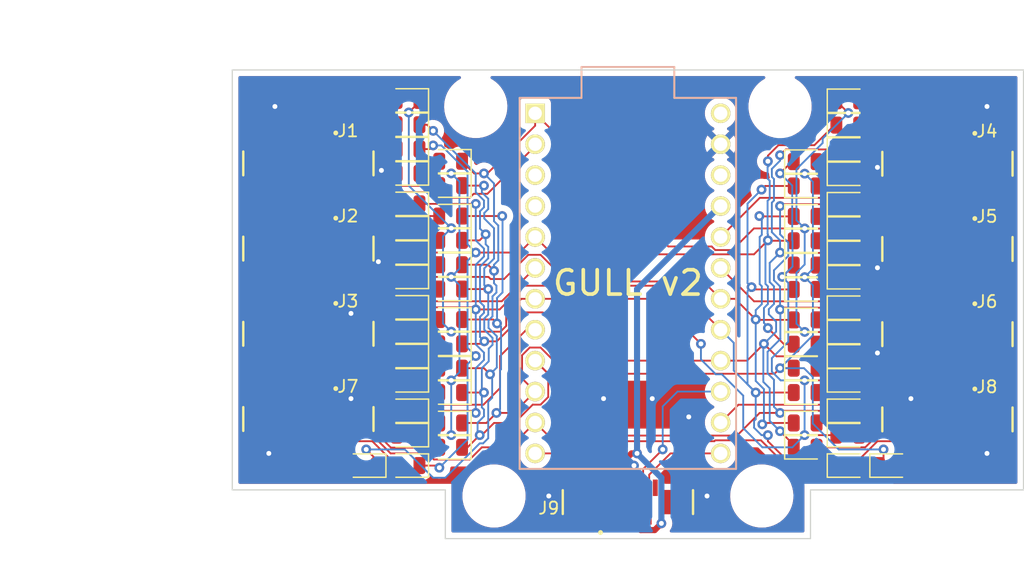
<source format=kicad_pcb>
(kicad_pcb (version 20221018) (generator pcbnew)
  (layers (0 "F.Cu" signal) (31 "B.Cu" signal) (34 "B.Paste" user) (35 "F.Paste" user) (36 "B.SilkS" user "B.Silkscreen") (37 "F.SilkS" user "F.Silkscreen") (38 "B.Mask" user) (39 "F.Mask" user) (44 "Edge.Cuts" user))
  (net 0 "")
  (net 1 "Net-(D1-A)")
  (net 2 "Net-(D2-A)")
  (net 3 "Net-(D3-A)")
  (net 4 "Net-(D4-A)")
  (net 5 "Net-(D5-A)")
  (net 6 "Net-(D6-A)")
  (net 7 "Net-(D7-A)")
  (net 8 "Net-(D8-A)")
  (net 9 "Net-(D9-A)")
  (net 10 "Net-(D10-A)")
  (net 11 "Net-(D11-A)")
  (net 12 "Net-(D12-A)")
  (net 13 "Net-(D13-A)")
  (net 14 "Net-(D14-A)")
  (net 15 "Net-(D15-A)")
  (net 16 "Net-(D16-A)")
  (net 17 "Net-(D17-A)")
  (net 18 "Net-(D18-A)")
  (net 19 "Net-(D19-A)")
  (net 20 "Net-(D20-A)")
  (net 21 "Net-(D21-A)")
  (net 22 "Net-(D22-A)")
  (net 23 "Net-(D23-A)")
  (net 24 "Net-(D24-A)")
  (net 25 "Net-(D25-A)")
  (net 26 "Net-(D26-A)")
  (net 27 "Net-(D27-A)")
  (net 28 "Net-(D28-A)")
  (net 29 "Net-(D29-A)")
  (net 30 "Net-(D30-A)")
  (net 31 "Net-(D31-A)")
  (net 32 "Net-(D32-A)")
  (net 33 "Net-(D33-A)")
  (net 34 "Net-(D34-A)")
  (net 35 "Net-(D35-A)")
  (net 36 "Net-(D36-A)")
  (net 37 "Net-(D37-A)")
  (net 38 "Net-(D38-A)")
  (net 39 "Net-(D39-A)")
  (net 40 "Net-(D40-A)")
  (net 41 "Net-(D41-A)")
  (net 42 "Net-(D42-A)")
  (net 43 "Net-(D43-A)")
  (net 44 "Net-(D44-A)")
  (net 45 "Net-(D45-A)")
  (net 46 "Net-(D46-A)")
  (net 47 "Net-(D47-A)")
  (net 48 "Net-(D48-A)")
  (net 49 "Net-(D51-A)")
  (net 51 "Net-(D52-A)")
  (net 52 "Net-(D53-A)")
  (net 53 "Net-(D54-A)")
  (net 58 "ROW_4")
  (net 60 "ROW_3")
  (net 62 "ROW_2")
  (net 63 "Net-(D59-A)")
  (net 64 "ROW_1")
  (net 65 "Net-(D60-A)")
  (net 66 "ROW_5")
  (net 67 "Net-(D61-A)")
  (net 68 "ROW_6")
  (net 69 "Net-(D62-A)")
  (net 70 "ROW_7")
  (net 72 "ROW_8")
  (net 74 "COL_L1")
  (net 75 "COL_L2")
  (net 76 "COL_L3")
  (net 77 "COL_R1")
  (net 78 "COL_R2")
  (net 79 "COL_R3")
  (net 80 "COL_T")
  (net 85 "SGDY")
  (net 86 "SGCLK")
  (net 87 "VCC")
  (net 88 "GND")
  (net 89 "SGDX")
  (footprint "MountingHole:MountingHole_3.2mm_M3" (layer "F.Cu") (at 206.5 53)
    (fp_text reference "REF**" hide)
    (fp_text value "MountingHole_3.2mm_M3" hide)
  )
  (footprint "Diode_SMD:D_0805_2012Metric" (layer "F.Cu") (at 212.0625 71.53)
    (fp_text reference "D41" hide)
    (fp_text value "1N4148W" hide)
  )
  (footprint "Diode_SMD:D_0805_2012Metric" (layer "F.Cu") (at 175.9375 65 180)
    (fp_text reference "D11" hide)
    (fp_text value "1N4148W" hide)
  )
  (footprint "Diode_SMD:D_0805_2012Metric" (layer "F.Cu") (at 208.5625 57.53)
    (fp_text reference "D31" hide)
    (fp_text value "1N4148W" hide)
  )
  (footprint "Diode_SMD:D_0805_2012Metric" (layer "F.Cu") (at 212.0625 63.03)
    (fp_text reference "D33" hide)
    (fp_text value "1N4148W" hide)
  )
  (footprint "Diode_SMD:D_0805_2012Metric" (layer "F.Cu") (at 208.5625 74.5)
    (fp_text reference "D48" hide)
    (fp_text value "1N4148W" hide)
  )
  (footprint "Diode_SMD:D_0805_2012Metric" (layer "F.Cu") (at 175.9375 71.5 180)
    (fp_text reference "D23" hide)
    (fp_text value "1N4148W" hide)
  )
  (footprint "Custom:GCT_FFC2A33-10-T-R_REVA_MPs" (layer "F.Cu") (at 220.25 57.705 180)
    (fp_text reference "J4")
    (fp_text value "Conn_01x10_MountingPin" hide)
  )
  (footprint "Diode_SMD:D_0805_2012Metric" (layer "F.Cu") (at 175.9375 82.5 180)
    (fp_text reference "D60" hide)
    (fp_text value "1N4148W" hide)
  )
  (footprint "Diode_SMD:D_0805_2012Metric" (layer "F.Cu") (at 208.5625 79)
    (fp_text reference "D42" hide)
    (fp_text value "1N4148W" hide)
  )
  (footprint "Diode_SMD:D_0805_2012Metric" (layer "F.Cu") (at 212.0625 73.53)
    (fp_text reference "D45" hide)
    (fp_text value "1N4148W" hide)
  )
  (footprint "Diode_SMD:D_0805_2012Metric" (layer "F.Cu") (at 175.9375 61 180)
    (fp_text reference "D6" hide)
    (fp_text value "1N4148W" hide)
  )
  (footprint "Diode_SMD:D_0805_2012Metric" (layer "F.Cu") (at 215.5625 82.5)
    (fp_text reference "D52" hide)
    (fp_text value "1N4148W" hide)
  )
  (footprint "Diode_SMD:D_0805_2012Metric" (layer "F.Cu") (at 208.5625 64.03)
    (fp_text reference "D35" hide)
    (fp_text value "1N4148W" hide)
  )
  (footprint "Diode_SMD:D_0805_2012Metric" (layer "F.Cu") (at 175.9375 54.5 180)
    (fp_text reference "D5" hide)
    (fp_text value "1N4148W" hide)
  )
  (footprint "Diode_SMD:D_0805_2012Metric" (layer "F.Cu") (at 208.5625 66.03)
    (fp_text reference "D39" hide)
    (fp_text value "1N4148W" hide)
  )
  (footprint "MountingHole:MountingHole_3.2mm_M3" (layer "F.Cu") (at 181.5 53)
    (fp_text reference "REF**" hide)
    (fp_text value "MountingHole_3.2mm_M3" hide)
  )
  (footprint "Diode_SMD:D_0805_2012Metric" (layer "F.Cu") (at 175.9375 69.5 180)
    (fp_text reference "D14" hide)
    (fp_text value "1N4148W" hide)
  )
  (footprint "Custom:GCT_FFC2A33-10-T-R_REVA_MPs" (layer "F.Cu") (at 220.25 78.705 180)
    (fp_text reference "J8")
    (fp_text value "Conn_01x10_MountingPin" hide)
  )
  (footprint "Diode_SMD:D_0805_2012Metric" (layer "F.Cu") (at 175.9375 67 180)
    (fp_text reference "D10" hide)
    (fp_text value "1N4148W" hide)
  )
  (footprint "Diode_SMD:D_0805_2012Metric" (layer "F.Cu") (at 179.4375 74.5 180)
    (fp_text reference "D17" hide)
    (fp_text value "1N4148W" hide)
  )
  (footprint "Diode_SMD:D_0805_2012Metric" (layer "F.Cu") (at 179.4375 76.5 180)
    (fp_text reference "D20" hide)
    (fp_text value "1N4148W" hide)
  )
  (footprint "Diode_SMD:D_0805_2012Metric" (layer "F.Cu") (at 208.5625 81)
    (fp_text reference "D53" hide)
    (fp_text value "1N4148W" hide)
  )
  (footprint "Diode_SMD:D_0805_2012Metric" (layer "F.Cu") (at 175.9375 75.5 180)
    (fp_text reference "D18" hide)
    (fp_text value "1N4148W" hide)
  )
  (footprint "Diode_SMD:D_0805_2012Metric" (layer "F.Cu") (at 212.0625 54.53)
    (fp_text reference "D27" hide)
    (fp_text value "1N4148W" hide)
  )
  (footprint "Diode_SMD:D_0805_2012Metric" (layer "F.Cu") (at 175.9375 78 180)
    (fp_text reference "D22" hide)
    (fp_text value "1N4148W" hide)
  )
  (footprint "Diode_SMD:D_0805_2012Metric" (layer "F.Cu") (at 175.9375 73.5 180)
    (fp_text reference "D19" hide)
    (fp_text value "1N4148W" hide)
  )
  (footprint "Custom:GCT_FFC2A33-10-T-R_REVA_MPs" (layer "F.Cu") (at 167.75 78.675 180)
    (fp_text reference "J7")
    (fp_text value "Conn_01x10_MountingPin" hide)
  )
  (footprint "Diode_SMD:D_0805_2012Metric" (layer "F.Cu") (at 212.0625 52.53)
    (fp_text reference "D25" hide)
    (fp_text value "1N4148W" hide)
  )
  (footprint "Diode_SMD:D_0805_2012Metric" (layer "F.Cu") (at 212.0625 56.53)
    (fp_text reference "D29" hide)
    (fp_text value "1N4148W" hide)
  )
  (footprint "Diode_SMD:D_0805_2012Metric" (layer "F.Cu") (at 179.4375 59.5 180)
    (fp_text reference "D4" hide)
    (fp_text value "1N4148W" hide)
  )
  (footprint "Diode_SMD:D_0805_2012Metric" (layer "F.Cu") (at 212.0625 78)
    (fp_text reference "D44" hide)
    (fp_text value "1N4148W" hide)
  )
  (footprint "Diode_SMD:D_0805_2012Metric" (layer "F.Cu") (at 208.5625 68.03)
    (fp_text reference "D38" hide)
    (fp_text value "1N4148W" hide)
  )
  (footprint "Diode_SMD:D_0805_2012Metric" (layer "F.Cu") (at 179.4375 79 180)
    (fp_text reference "D24" hide)
    (fp_text value "1N4148W" hide)
  )
  (footprint "Custom:GCT_FFC2A33-10-T-R_REVA_MPs" (layer "F.Cu") (at 167.75 64.675 180)
    (fp_text reference "J2")
    (fp_text value "Conn_01x10_MountingPin" hide)
  )
  (footprint "Custom:GCT_FFC2A33-10-T-R_REVA_MPs" (layer "F.Cu") (at 194 85.5)
    (fp_text reference "J9")
    (fp_text value "Conn_01x10_MountingPin" hide)
  )
  (footprint "Diode_SMD:D_0805_2012Metric" (layer "F.Cu") (at 212.0625 67.03)
    (fp_text reference "D40" hide)
    (fp_text value "1N4148W" hide)
  )
  (footprint "Diode_SMD:D_0805_2012Metric" (layer "F.Cu") (at 212.0625 69.53)
    (fp_text reference "D36" hide)
    (fp_text value "1N4148W" hide)
  )
  (footprint "Diode_SMD:D_0805_2012Metric" (layer "F.Cu") (at 175.9375 63 180)
    (fp_text reference "D15" hide)
    (fp_text value "1N4148W" hide)
  )
  (footprint "Diode_SMD:D_0805_2012Metric" (layer "F.Cu") (at 172.4375 82.5 180)
    (fp_text reference "D62" hide)
    (fp_text value "1N4148W" hide)
  )
  (footprint "Diode_SMD:D_0805_2012Metric" (layer "F.Cu") (at 179.4375 64 180)
    (fp_text reference "D13" hide)
    (fp_text value "1N4148W" hide)
  )
  (footprint "Diode_SMD:D_0805_2012Metric" (layer "F.Cu") (at 175.9375 56.5 180)
    (fp_text reference "D3" hide)
    (fp_text value "1N4148W" hide)
  )
  (footprint "MountingHole:MountingHole_3.2mm_M3" (layer "F.Cu") (at 205 85)
    (fp_text reference "REF**" hide)
    (fp_text value "MountingHole_3.2mm_M3" hide)
  )
  (footprint "Diode_SMD:D_0805_2012Metric" (layer "F.Cu") (at 179.4375 72.5 180)
    (fp_text reference "D21" hide)
    (fp_text value "1N4148W" hide)
  )
  (footprint "Diode_SMD:D_0805_2012Metric" (layer "F.Cu") (at 208.5625 72.53)
    (fp_text reference "D43" hide)
    (fp_text value "1N4148W" hide)
  )
  (footprint "Diode_SMD:D_0805_2012Metric" (layer "F.Cu") (at 179.4375 62 180)
    (fp_text reference "D8" hide)
    (fp_text value "1N4148W" hide)
  )
  (footprint "Diode_SMD:D_0805_2012Metric" (layer "F.Cu") (at 208.5625 59.53)
    (fp_text reference "D30" hide)
    (fp_text value "1N4148W" hide)
  )
  (footprint "Diode_SMD:D_0805_2012Metric" (layer "F.Cu") (at 212.0625 58.53)
    (fp_text reference "D32" hide)
    (fp_text value "1N4148W" hide)
  )
  (footprint "Diode_SMD:D_0805_2012Metric" (layer "F.Cu") (at 179.4375 57.5 180)
    (fp_text reference "D1" hide)
    (fp_text value "1N4148W" hide)
  )
  (footprint "Diode_SMD:D_0805_2012Metric" (layer "F.Cu") (at 212.0625 75.5)
    (fp_text reference "D47" hide)
    (fp_text value "1N4148W" hide)
  )
  (footprint "Diode_SMD:D_0805_2012Metric" (layer "F.Cu") (at 212.0625 65.03)
    (fp_text reference "D37" hide)
    (fp_text value "1N4148W" hide)
  )
  (footprint "Diode_SMD:D_0805_2012Metric" (layer "F.Cu") (at 179.4375 70.5 180)
    (fp_text reference "D16" hide)
    (fp_text value "1N4148W" hide)
  )
  (footprint "Diode_SMD:D_0805_2012Metric" (layer "F.Cu") (at 175.9375 80 180)
    (fp_text reference "D61" hide)
    (fp_text value "1N4148W" hide)
  )
  (footprint "Custom:GCT_FFC2A33-10-T-R_REVA_MPs" (layer "F.Cu") (at 167.75 71.675 180)
    (fp_text reference "J3")
    (fp_text value "Conn_01x10_MountingPin" hide)
  )
  (footprint "Diode_SMD:D_0805_2012Metric" (layer "F.Cu") (at 208.5625 76.5)
    (fp_text reference "D46" hide)
    (fp_text value "1N4148W" hide)
  )
  (footprint "Custom:GCT_FFC2A33-10-T-R_REVA_MPs" (layer "F.Cu") (at 220.25 64.705 180)
    (fp_text reference "J5")
    (fp_text value "Conn_01x10_MountingPin" hide)
  )
  (footprint "Diode_SMD:D_0805_2012Metric" (layer "F.Cu") (at 179.4375 66 180)
    (fp_text reference "D9" hide)
    (fp_text value "1N4148W" hide)
  )
  (footprint "promicro:ProMicro" (layer "F.Cu") (at 194 67.53 -90)
    (fp_text reference "U1" hide)
    (fp_text value "ProMicro" hide)
  )
  (footprint "Custom:GCT_FFC2A33-10-T-R_REVA_MPs" (layer "F.Cu") (at 220.25 71.705 180)
    (fp_text reference "J6")
    (fp_text value "Conn_01x10_MountingPin" hide)
  )
  (footprint "Diode_SMD:D_0805_2012Metric" (layer "F.Cu") (at 175.9375 52.5 180)
    (fp_text reference "D7" hide)
    (fp_text value "1N4148W" hide)
  )
  (footprint "Diode_SMD:D_0805_2012Metric" (layer "F.Cu") (at 212.0625 80)
    (fp_text reference "D51" hide)
    (fp_text value "1N4148W" hide)
  )
  (footprint "Diode_SMD:D_0805_2012Metric" (layer "F.Cu") (at 212.0625 61.03)
    (fp_text reference "D28" hide)
    (fp_text value "1N4148W" hide)
  )
  (footprint "Diode_SMD:D_0805_2012Metric" (layer "F.Cu") (at 212.0625 82.5)
    (fp_text reference "D54" hide)
    (fp_text value "1N4148W" hide)
  )
  (footprint "Diode_SMD:D_0805_2012Metric" (layer "F.Cu") (at 175.9375 58.5 180)
    (fp_text reference "D2" hide)
    (fp_text value "1N4148W" hide)
  )
  (footprint "Custom:GCT_FFC2A33-10-T-R_REVA_MPs" (layer "F.Cu") (at 167.75 57.675 180)
    (fp_text reference "J1")
    (fp_text value "Conn_01x10_MountingPin" hide)
  )
  (footprint "Diode_SMD:D_0805_2012Metric" (layer "F.Cu") (at 179.4375 81 180)
    (fp_text reference "D59" hide)
    (fp_text value "1N4148W" hide)
  )
  (footprint "Diode_SMD:D_0805_2012Metric" (layer "F.Cu") (at 208.5625 62.03)
    (fp_text reference "D26" hide)
    (fp_text value "1N4148W" hide)
  )
  (footprint "MountingHole:MountingHole_3.2mm_M3" (layer "F.Cu") (at 183 85)
    (fp_text reference "REF**" hide)
    (fp_text value "MountingHole_3.2mm_M3" hide)
  )
  (footprint "Diode_SMD:D_0805_2012Metric" (layer "F.Cu") (at 179.4375 68 180)
    (fp_text reference "D12" hide)
    (fp_text value "1N4148W" hide)
  )
  (footprint "Diode_SMD:D_0805_2012Metric" (layer "F.Cu") (at 208.5625 70.53)
    (fp_text reference "D34" hide)
    (fp_text value "1N4148W" hide)
  )
  (gr_line (start 226.5 50) (end 226.5 84.5) (stroke (width 0.1)) (layer "Edge.Cuts"))
  (gr_line (start 209 84.5) (end 209 88.5) (stroke (width 0.1)) (layer "Edge.Cuts"))
  (gr_line (start 179 88.5) (end 209 88.5) (stroke (width 0.1)) (layer "Edge.Cuts"))
  (gr_line (start 226.5 84.5) (end 209 84.5) (stroke (width 0.1)) (layer "Edge.Cuts"))
  (gr_line (start 161.5 84.5) (end 161.5 50) (stroke (width 0.1)) (layer "Edge.Cuts"))
  (gr_line (start 179 84.5) (end 179 88.5) (stroke (width 0.1)) (layer "Edge.Cuts"))
  (gr_line (start 161.5 50) (end 226.5 50) (stroke (width 0.1)) (layer "Edge.Cuts"))
  (gr_line (start 161.5 84.5) (end 179 84.5) (stroke (width 0.1)) (layer "Edge.Cuts"))
  (gr_text "GULL v2" (at 194 67.5) (layer "F.SilkS") (effects (font (size 2 2) (thickness 0.3))))
  (segment (start 174.2375 56.2375) (end 174.2375 57.171123) (width 0.15) (layer "F.Cu") (net 1))
  (segment (start 173.85 55.85) (end 174.2375 56.2375) (width 0.15) (layer "F.Cu") (net 1))
  (segment (start 174.2375 57.171123) (end 174.566377 57.5) (width 0.15) (layer "F.Cu") (net 1))
  (segment (start 174.566377 57.5) (end 178.5 57.5) (width 0.15) (layer "F.Cu") (net 1))
  (segment (start 170.65 55.85) (end 173.85 55.85) (width 0.15) (layer "F.Cu") (net 1))
  (segment (start 170.1 56.4) (end 170.65 55.85) (width 0.15) (layer "F.Cu") (net 1))
  (segment (start 169.5 58.85) (end 169.821123 59.171123) (width 0.15) (layer "F.Cu") (net 2))
  (segment (start 174.328877 59.171123) (end 175 58.5) (width 0.15) (layer "F.Cu") (net 2))
  (segment (start 169.821123 59.171123) (end 174.328877 59.171123) (width 0.15) (layer "F.Cu") (net 2))
  (segment (start 169 56.025) (end 169.525 55.5) (width 0.15) (layer "F.Cu") (net 3))
  (segment (start 169.525 55.5) (end 174 55.5) (width 0.15) (layer "F.Cu") (net 3))
  (segment (start 174 55.5) (end 175 56.5) (width 0.15) (layer "F.Cu") (net 3))
  (segment (start 169.975 59.8) (end 170.253877 59.521123) (width 0.15) (layer "F.Cu") (net 4))
  (segment (start 170.253877 59.521123) (end 178.478877 59.521123) (width 0.15) (layer "F.Cu") (net 4))
  (segment (start 168.975 59.8) (end 169.975 59.8) (width 0.15) (layer "F.Cu") (net 4))
  (segment (start 168.5 59.325) (end 168.975 59.8) (width 0.15) (layer "F.Cu") (net 4))
  (segment (start 167 56.025) (end 168.025 55) (width 0.15) (layer "F.Cu") (net 5))
  (segment (start 168.025 55) (end 174.5 55) (width 0.15) (layer "F.Cu") (net 5))
  (segment (start 174.5 55) (end 175 54.5) (width 0.15) (layer "F.Cu") (net 5))
  (segment (start 166.5 59.325) (end 167.675 60.5) (width 0.15) (layer "F.Cu") (net 6))
  (segment (start 167.675 60.5) (end 174.5 60.5) (width 0.15) (layer "F.Cu") (net 6))
  (segment (start 174.5 60.5) (end 175 61) (width 0.15) (layer "F.Cu") (net 6))
  (segment (start 166 56.025) (end 167.525 54.5) (width 0.15) (layer "F.Cu") (net 7))
  (segment (start 167.525 54.5) (end 173 54.5) (width 0.15) (layer "F.Cu") (net 7))
  (segment (start 173 54.5) (end 175 52.5) (width 0.15) (layer "F.Cu") (net 7))
  (segment (start 173.566377 61) (end 174.566377 62) (width 0.15) (layer "F.Cu") (net 8))
  (segment (start 167.175 61) (end 173.566377 61) (width 0.15) (layer "F.Cu") (net 8))
  (segment (start 174.566377 62) (end 178.5 62) (width 0.15) (layer "F.Cu") (net 8))
  (segment (start 165.5 59.325) (end 167.175 61) (width 0.15) (layer "F.Cu") (net 8))
  (segment (start 174.566377 66) (end 174.2375 65.671123) (width 0.15) (layer "F.Cu") (net 9))
  (segment (start 172.905026 63.4) (end 170.1 63.4) (width 0.15) (layer "F.Cu") (net 9))
  (segment (start 174.2375 65.671123) (end 174.2375 64.732474) (width 0.15) (layer "F.Cu") (net 9))
  (segment (start 174.2375 64.732474) (end 172.905026 63.4) (width 0.15) (layer "F.Cu") (net 9))
  (segment (start 178.5 66) (end 174.566377 66) (width 0.15) (layer "F.Cu") (net 9))
  (segment (start 170.1 66.45) (end 174.45 66.45) (width 0.15) (layer "F.Cu") (net 10))
  (segment (start 169.5 65.85) (end 170.1 66.45) (width 0.15) (layer "F.Cu") (net 10))
  (segment (start 174.45 66.45) (end 175 67) (width 0.15) (layer "F.Cu") (net 10))
  (segment (start 169.975 62.05) (end 172.55 62.05) (width 0.15) (layer "F.Cu") (net 11))
  (segment (start 172.55 62.05) (end 173.8875 63.3875) (width 0.15) (layer "F.Cu") (net 11))
  (segment (start 169 63.025) (end 169.975 62.05) (width 0.15) (layer "F.Cu") (net 11))
  (segment (start 173.8875 63.8875) (end 175 65) (width 0.15) (layer "F.Cu") (net 11))
  (segment (start 173.8875 63.3875) (end 173.8875 63.8875) (width 0.15) (layer "F.Cu") (net 11))
  (segment (start 169.025 66.8) (end 173.3 66.8) (width 0.15) (layer "F.Cu") (net 12))
  (segment (start 173.3 66.8) (end 174.5 68) (width 0.15) (layer "F.Cu") (net 12))
  (segment (start 174.5 68) (end 178.5 68) (width 0.15) (layer "F.Cu") (net 12))
  (segment (start 168.5 66.275) (end 169.025 66.8) (width 0.15) (layer "F.Cu") (net 12))
  (segment (start 174.2375 62.732474) (end 174.2375 63.671123) (width 0.15) (layer "F.Cu") (net 13))
  (segment (start 173.205026 61.7) (end 174.2375 62.732474) (width 0.15) (layer "F.Cu") (net 13))
  (segment (start 174.2375 63.671123) (end 174.566377 64) (width 0.15) (layer "F.Cu") (net 13))
  (segment (start 167 63.025) (end 168.325 61.7) (width 0.15) (layer "F.Cu") (net 13))
  (segment (start 174.566377 64) (end 178.5 64) (width 0.15) (layer "F.Cu") (net 13))
  (segment (start 168.325 61.7) (end 173.205026 61.7) (width 0.15) (layer "F.Cu") (net 13))
  (segment (start 167.675 67.5) (end 173 67.5) (width 0.15) (layer "F.Cu") (net 14))
  (segment (start 166.5 66.325) (end 167.675 67.5) (width 0.15) (layer "F.Cu") (net 14))
  (segment (start 173 67.5) (end 175 69.5) (width 0.15) (layer "F.Cu") (net 14))
  (segment (start 167.675 61.35) (end 173.35 61.35) (width 0.15) (layer "F.Cu") (net 15))
  (segment (start 166 63.025) (end 167.675 61.35) (width 0.15) (layer "F.Cu") (net 15))
  (segment (start 173.35 61.35) (end 175 63) (width 0.15) (layer "F.Cu") (net 15))
  (segment (start 167.025 67.85) (end 172.855026 67.85) (width 0.15) (layer "F.Cu") (net 16))
  (segment (start 165.5 66.325) (end 167.025 67.85) (width 0.15) (layer "F.Cu") (net 16))
  (segment (start 174.541377 70.475) (end 178.025 70.475) (width 0.15) (layer "F.Cu") (net 16))
  (segment (start 172.855026 67.85) (end 174.2375 69.232474) (width 0.15) (layer "F.Cu") (net 16))
  (segment (start 174.2375 70.171123) (end 174.541377 70.475) (width 0.15) (layer "F.Cu") (net 16))
  (segment (start 174.2375 69.232474) (end 174.2375 70.171123) (width 0.15) (layer "F.Cu") (net 16))
  (segment (start 170 72.855026) (end 170.294974 73.15) (width 0.15) (layer "F.Cu") (net 17))
  (segment (start 170.294974 73.15) (end 173.144974 73.15) (width 0.15) (layer "F.Cu") (net 17))
  (segment (start 170 70.5) (end 170 72.855026) (width 0.15) (layer "F.Cu") (net 17))
  (segment (start 174.494974 74.5) (end 178.5 74.5) (width 0.15) (layer "F.Cu") (net 17))
  (segment (start 173.144974 73.15) (end 174.494974 74.5) (width 0.15) (layer "F.Cu") (net 17))
  (segment (start 169.5 72.85) (end 170.15 73.5) (width 0.15) (layer "F.Cu") (net 18))
  (segment (start 170.15 73.5) (end 172.5 73.5) (width 0.15) (layer "F.Cu") (net 18))
  (segment (start 172.5 73.5) (end 174.5 75.5) (width 0.15) (layer "F.Cu") (net 18))
  (segment (start 174.5 75.5) (end 175 75.5) (width 0.15) (layer "F.Cu") (net 18))
  (segment (start 173.5 71) (end 173.5 72) (width 0.15) (layer "F.Cu") (net 19))
  (segment (start 169 70.025) (end 169.825 69.2) (width 0.15) (layer "F.Cu") (net 19))
  (segment (start 169.825 69.2) (end 171.7 69.2) (width 0.15) (layer "F.Cu") (net 19))
  (segment (start 171.7 69.2) (end 173.5 71) (width 0.15) (layer "F.Cu") (net 19))
  (segment (start 173.5 72) (end 175 73.5) (width 0.15) (layer "F.Cu") (net 19))
  (segment (start 168.5 73.325) (end 169.175 74) (width 0.15) (layer "F.Cu") (net 20))
  (segment (start 169.175 74) (end 172 74) (width 0.15) (layer "F.Cu") (net 20))
  (segment (start 172 74) (end 174.171123 76.171123) (width 0.15) (layer "F.Cu") (net 20))
  (segment (start 174.171123 76.171123) (end 174.171123 76.181175) (width 0.15) (layer "F.Cu") (net 20))
  (segment (start 174.489948 76.5) (end 178.5 76.5) (width 0.15) (layer "F.Cu") (net 20))
  (segment (start 174.171123 76.181175) (end 174.489948 76.5) (width 0.15) (layer "F.Cu") (net 20))
  (segment (start 174 71) (end 174 71.933623) (width 0.15) (layer "F.Cu") (net 21))
  (segment (start 174.566377 72.5) (end 178.5 72.5) (width 0.15) (layer "F.Cu") (net 21))
  (segment (start 167 70.025) (end 168.175 68.85) (width 0.15) (layer "F.Cu") (net 21))
  (segment (start 171.85 68.85) (end 174 71) (width 0.15) (layer "F.Cu") (net 21))
  (segment (start 174 71.933623) (end 174.566377 72.5) (width 0.15) (layer "F.Cu") (net 21))
  (segment (start 168.175 68.85) (end 171.85 68.85) (width 0.15) (layer "F.Cu") (net 21))
  (segment (start 171.7 74.7) (end 175 78) (width 0.15) (layer "F.Cu") (net 22))
  (segment (start 166.5 73.325) (end 167.875 74.7) (width 0.15) (layer "F.Cu") (net 22))
  (segment (start 167.875 74.7) (end 171.7 74.7) (width 0.15) (layer "F.Cu") (net 22))
  (segment (start 172 68.5) (end 175 71.5) (width 0.15) (layer "F.Cu") (net 23))
  (segment (start 166 70.025) (end 167.525 68.5) (width 0.15) (layer "F.Cu") (net 23))
  (segment (start 167.525 68.5) (end 172 68.5) (width 0.15) (layer "F.Cu") (net 23))
  (segment (start 174.566377 79) (end 178.5 79) (width 0.15) (layer "F.Cu") (net 24))
  (segment (start 167.225 75.05) (end 171.55 75.05) (width 0.15) (layer "F.Cu") (net 24))
  (segment (start 174.2375 78.671123) (end 174.566377 79) (width 0.15) (layer "F.Cu") (net 24))
  (segment (start 165.5 73.325) (end 167.225 75.05) (width 0.15) (layer "F.Cu") (net 24))
  (segment (start 171.55 75.05) (end 174.2375 77.7375) (width 0.15) (layer "F.Cu") (net 24))
  (segment (start 174.2375 77.7375) (end 174.2375 78.671123) (width 0.15) (layer "F.Cu") (net 24))
  (segment (start 218.975 52.53) (end 213 52.53) (width 0.15) (layer "F.Cu") (net 25))
  (segment (start 222.5 56.055) (end 218.975 52.53) (width 0.15) (layer "F.Cu") (net 25))
  (segment (start 214.263623 61.2) (end 213.433623 62.03) (width 0.15) (layer "F.Cu") (net 26))
  (segment (start 220.155 61.2) (end 214.263623 61.2) (width 0.15) (layer "F.Cu") (net 26))
  (segment (start 213.433623 62.03) (end 209.5 62.03) (width 0.15) (layer "F.Cu") (net 26))
  (segment (start 222 59.355) (end 220.155 61.2) (width 0.15) (layer "F.Cu") (net 26))
  (segment (start 221.5 56.055) (end 219.975 54.53) (width 0.15) (layer "F.Cu") (net 27))
  (segment (start 219.975 54.53) (end 213 54.53) (width 0.15) (layer "F.Cu") (net 27))
  (segment (start 221 59.355) (end 219.505 60.85) (width 0.15) (layer "F.Cu") (net 28))
  (segment (start 219.505 60.85) (end 213.18 60.85) (width 0.15) (layer "F.Cu") (net 28))
  (segment (start 219.025 55.58) (end 213.95 55.58) (width 0.15) (layer "F.Cu") (net 29))
  (segment (start 219.5 56.055) (end 219.025 55.58) (width 0.15) (layer "F.Cu") (net 29))
  (segment (start 213.95 55.58) (end 213 56.53) (width 0.15) (layer "F.Cu") (net 29))
  (segment (start 219 59.305) (end 218.305 60) (width 0.15) (layer "F.Cu") (net 30))
  (segment (start 216.97 59.53) (end 209.5 59.53) (width 0.15) (layer "F.Cu") (net 30))
  (segment (start 217 59.5) (end 216.97 59.53) (width 0.15) (layer "F.Cu") (net 30))
  (segment (start 218.305 60) (end 217.5 60) (width 0.15) (layer "F.Cu") (net 30))
  (segment (start 217.5 60) (end 217 59.5) (width 0.15) (layer "F.Cu") (net 30))
  (segment (start 213.433623 57.53) (end 209.5 57.53) (width 0.15) (layer "F.Cu") (net 31))
  (segment (start 214.533623 56.43) (end 213.433623 57.53) (width 0.15) (layer "F.Cu") (net 31))
  (segment (start 218.4 56.43) (end 214.533623 56.43) (width 0.15) (layer "F.Cu") (net 31))
  (segment (start 213.45 58.98) (end 213 58.53) (width 0.15) (layer "F.Cu") (net 32))
  (segment (start 217.9 58.98) (end 213.45 58.98) (width 0.15) (layer "F.Cu") (net 32))
  (segment (start 222.5 63.055) (end 220.945 61.5) (width 0.15) (layer "F.Cu") (net 33))
  (segment (start 214.48 61.55) (end 213 63.03) (width 0.15) (layer "F.Cu") (net 33))
  (segment (start 220.299975 61.55) (end 214.48 61.55) (width 0.15) (layer "F.Cu") (net 33))
  (segment (start 220.349975 61.5) (end 220.299975 61.55) (width 0.15) (layer "F.Cu") (net 33))
  (segment (start 220.945 61.5) (end 220.349975 61.5) (width 0.15) (layer "F.Cu") (net 33))
  (segment (start 222 66.355) (end 219.925 68.43) (width 0.15) (layer "F.Cu") (net 34))
  (segment (start 214.594974 68.43) (end 213.7625 69.262474) (width 0.15) (layer "F.Cu") (net 34))
  (segment (start 213.7625 70.201123) (end 213.433623 70.53) (width 0.15) (layer "F.Cu") (net 34))
  (segment (start 219.925 68.43) (end 214.594974 68.43) (width 0.15) (layer "F.Cu") (net 34))
  (segment (start 213.433623 70.53) (end 209.5 70.53) (width 0.15) (layer "F.Cu") (net 34))
  (segment (start 213.7625 69.262474) (end 213.7625 70.201123) (width 0.15) (layer "F.Cu") (net 34))
  (segment (start 214.524974 62) (end 213.7625 62.762474) (width 0.15) (layer "F.Cu") (net 35))
  (segment (start 221.5 63.055) (end 220.445 62) (width 0.15) (layer "F.Cu") (net 35))
  (segment (start 213.7625 62.762474) (end 213.7625 63.701123) (width 0.15) (layer "F.Cu") (net 35))
  (segment (start 213.7625 63.701123) (end 213.433623 64.03) (width 0.15) (layer "F.Cu") (net 35))
  (segment (start 213.433623 64.03) (end 209.5 64.03) (width 0.15) (layer "F.Cu") (net 35))
  (segment (start 220.445 62) (end 214.524974 62) (width 0.15) (layer "F.Cu") (net 35))
  (segment (start 219.225 68.08) (end 214.45 68.08) (width 0.15) (layer "F.Cu") (net 36))
  (segment (start 221 66.305) (end 219.225 68.08) (width 0.15) (layer "F.Cu") (net 36))
  (segment (start 214.45 68.08) (end 213 69.53) (width 0.15) (layer "F.Cu") (net 36))
  (segment (start 218.945 62.5) (end 215 62.5) (width 0.15) (layer "F.Cu") (net 37))
  (segment (start 215 62.5) (end 214.1125 63.3875) (width 0.15) (layer "F.Cu") (net 37))
  (segment (start 214.1125 63.9175) (end 213 65.03) (width 0.15) (layer "F.Cu") (net 37))
  (segment (start 219.5 63.055) (end 218.945 62.5) (width 0.15) (layer "F.Cu") (net 37))
  (segment (start 214.1125 63.3875) (end 214.1125 63.9175) (width 0.15) (layer "F.Cu") (net 37))
  (segment (start 217.975 67.38) (end 214.083623 67.38) (width 0.15) (layer "F.Cu") (net 38))
  (segment (start 214.083623 67.38) (end 213.433623 68.03) (width 0.15) (layer "F.Cu") (net 38))
  (segment (start 213.433623 68.03) (end 209.5 68.03) (width 0.15) (layer "F.Cu") (net 38))
  (segment (start 219 66.355) (end 217.975 67.38) (width 0.15) (layer "F.Cu") (net 38))
  (segment (start 213.7625 64.762474) (end 213.7625 65.701123) (width 0.15) (layer "F.Cu") (net 39))
  (segment (start 218.4 63.43) (end 215.094974 63.43) (width 0.15) (layer "F.Cu") (net 39))
  (segment (start 215.094974 63.43) (end 213.7625 64.762474) (width 0.15) (layer "F.Cu") (net 39))
  (segment (start 213.7625 65.701123) (end 213.433623 66.03) (width 0.15) (layer "F.Cu") (net 39))
  (segment (start 213.433623 66.03) (end 209.5 66.03) (width 0.15) (layer "F.Cu") (net 39))
  (segment (start 216.85 67.03) (end 213 67.03) (width 0.15) (layer "F.Cu") (net 40))
  (segment (start 218 65.88) (end 216.85 67.03) (width 0.15) (layer "F.Cu") (net 40))
  (segment (start 213 70.88) (end 213 71.53) (width 0.15) (layer "F.Cu") (net 41))
  (segment (start 220.069974 68.78) (end 214.739948 68.78) (width 0.15) (layer "F.Cu") (net 41))
  (segment (start 214.1125 70.346097) (end 213.578597 70.88) (width 0.15) (layer "F.Cu") (net 41))
  (segment (start 222.5 70.055) (end 221.445 69) (width 0.15) (layer "F.Cu") (net 41))
  (segment (start 213.578597 70.88) (end 213 70.88) (width 0.15) (layer "F.Cu") (net 41))
  (segment (start 214.739948 68.78) (end 214.1125 69.407448) (width 0.15) (layer "F.Cu") (net 41))
  (segment (start 220.289974 69) (end 220.069974 68.78) (width 0.15) (layer "F.Cu") (net 41))
  (segment (start 221.445 69) (end 220.289974 69) (width 0.15) (layer "F.Cu") (net 41))
  (segment (start 214.1125 69.407448) (end 214.1125 70.346097) (width 0.15) (layer "F.Cu") (net 41))
  (segment (start 222 73.355) (end 219.855 75.5) (width 0.15) (layer "F.Cu") (net 42))
  (segment (start 213.7625 77.732474) (end 213.7625 78.671123) (width 0.15) (layer "F.Cu") (net 42))
  (segment (start 213.433623 79) (end 209.5 79) (width 0.15) (layer "F.Cu") (net 42))
  (segment (start 215.994974 75.5) (end 213.7625 77.732474) (width 0.15) (layer "F.Cu") (net 42))
  (segment (start 213.7625 78.671123) (end 213.433623 79) (width 0.15) (layer "F.Cu") (net 42))
  (segment (start 219.855 75.5) (end 215.994974 75.5) (width 0.15) (layer "F.Cu") (net 42))
  (segment (start 220.795 69.35) (end 220.145 69.35) (width 0.15) (layer "F.Cu") (net 43))
  (segment (start 214.4625 69.552422) (end 214.4625 70.491071) (width 0.15) (layer "F.Cu") (net 43))
  (segment (start 214.884922 69.13) (end 214.4625 69.552422) (width 0.15) (layer "F.Cu") (net 43))
  (segment (start 213.7625 71.191071) (end 213.7625 72.201123) (width 0.15) (layer "F.Cu") (net 43))
  (segment (start 221.5 70.055) (end 220.795 69.35) (width 0.15) (layer "F.Cu") (net 43))
  (segment (start 214.4625 70.491071) (end 213.7625 71.191071) (width 0.15) (layer "F.Cu") (net 43))
  (segment (start 213.433623 72.53) (end 209.5 72.53) (width 0.15) (layer "F.Cu") (net 43))
  (segment (start 220.145 69.35) (end 219.925 69.13) (width 0.15) (layer "F.Cu") (net 43))
  (segment (start 213.7625 72.201123) (end 213.433623 72.53) (width 0.15) (layer "F.Cu") (net 43))
  (segment (start 219.925 69.13) (end 214.884922 69.13) (width 0.15) (layer "F.Cu") (net 43))
  (segment (start 215.95 75.05) (end 213 78) (width 0.15) (layer "F.Cu") (net 44))
  (segment (start 219.255 75.05) (end 215.95 75.05) (width 0.15) (layer "F.Cu") (net 44))
  (segment (start 221 73.305) (end 219.255 75.05) (width 0.15) (layer "F.Cu") (net 44))
  (segment (start 218.925 69.48) (end 216.1325 69.48) (width 0.15) (layer "F.Cu") (net 45))
  (segment (start 214.1125 72.4175) (end 213 73.53) (width 0.15) (layer "F.Cu") (net 45))
  (segment (start 219.5 70.055) (end 218.925 69.48) (width 0.15) (layer "F.Cu") (net 45))
  (segment (start 216.1325 69.48) (end 214.1125 71.5) (width 0.15) (layer "F.Cu") (net 45))
  (segment (start 214.1125 71.5) (end 214.1125 72.4175) (width 0.15) (layer "F.Cu") (net 45))
  (segment (start 214.033903 75.966097) (end 213.967526 75.966097) (width 0.15) (layer "F.Cu") (net 46))
  (segment (start 219 72.88) (end 219 73.799974) (width 0.15) (layer "F.Cu") (net 46))
  (segment (start 213.433623 76.5) (end 209.5 76.5) (width 0.15) (layer "F.Cu") (net 46))
  (segment (start 215.65 74.35) (end 214.033903 75.966097) (width 0.15) (layer "F.Cu") (net 46))
  (segment (start 213.967526 75.966097) (end 213.433623 76.5) (width 0.15) (layer "F.Cu") (net 46))
  (segment (start 219 73.799974) (end 218.449974 74.35) (width 0.15) (layer "F.Cu") (net 46))
  (segment (start 218.449974 74.35) (end 215.65 74.35) (width 0.15) (layer "F.Cu") (net 46))
  (segment (start 218.5 73.805) (end 218.305 74) (width 0.15) (layer "F.Cu") (net 47))
  (segment (start 215.5 74) (end 214 75.5) (width 0.15) (layer "F.Cu") (net 47))
  (segment (start 218.305 74) (end 215.5 74) (width 0.15) (layer "F.Cu") (net 47))
  (segment (start 214 75.5) (end 213 75.5) (width 0.15) (layer "F.Cu") (net 47))
  (segment (start 218.5 70.53) (end 218.5 73.805) (width 0.15) (layer "F.Cu") (net 47))
  (segment (start 217.23 73.65) (end 217.88 73) (width 0.15) (layer "F.Cu") (net 48))
  (segment (start 215.35 73.65) (end 217.23 73.65) (width 0.15) (layer "F.Cu") (net 48))
  (segment (start 209.505 74.505) (end 214.495 74.505) (width 0.15) (layer "F.Cu") (net 48))
  (segment (start 214.495 74.505) (end 215.35 73.65) (width 0.15) (layer "F.Cu") (net 48))
  (segment (start 214.1125 78.8875) (end 213 80) (width 0.15) (layer "F.Cu") (net 49))
  (segment (start 219.999975 75.85) (end 216.139948 75.85) (width 0.15) (layer "F.Cu") (net 49))
  (segment (start 216.139948 75.85) (end 214.1125 77.877448) (width 0.15) (layer "F.Cu") (net 49))
  (segment (start 220.445 76) (end 220.149975 76) (width 0.15) (layer "F.Cu") (net 49))
  (segment (start 220.149975 76) (end 219.999975 75.85) (width 0.15) (layer "F.Cu") (net 49))
  (segment (start 214.1125 77.877448) (end 214.1125 78.8875) (width 0.15) (layer "F.Cu") (net 49))
  (segment (start 221.5 77.055) (end 220.445 76) (width 0.15) (layer "F.Cu") (net 49))
  (segment (start 218.855 82.5) (end 221 80.355) (width 0.15) (layer "F.Cu") (net 51))
  (segment (start 216.5 82.5) (end 218.855 82.5) (width 0.15) (layer "F.Cu") (net 51))
  (segment (start 219.5 77.055) (end 218.645 76.2) (width 0.15) (layer "F.Cu") (net 52))
  (segment (start 218.645 76.2) (end 216.3 76.2) (width 0.15) (layer "F.Cu") (net 52))
  (segment (start 213.5 81) (end 209.5 81) (width 0.15) (layer "F.Cu") (net 52))
  (segment (start 214.4625 80.0375) (end 213.5 81) (width 0.15) (layer "F.Cu") (net 52))
  (segment (start 214.4625 78.0375) (end 214.4625 80.0375) (width 0.15) (layer "F.Cu") (net 52))
  (segment (start 216.3 76.2) (end 214.4625 78.0375) (width 0.15) (layer "F.Cu") (net 52))
  (segment (start 219 80.355) (end 218.525 80.83) (width 0.15) (layer "F.Cu") (net 53))
  (segment (start 218.525 80.83) (end 217.525 80.83) (width 0.15) (layer "F.Cu") (net 53))
  (segment (start 217.525 80.83) (end 217.195 80.5) (width 0.15) (layer "F.Cu") (net 53))
  (segment (start 217.195 80.5) (end 214.5 80.5) (width 0.15) (layer "F.Cu") (net 53))
  (segment (start 214.5 80.5) (end 213 82) (width 0.15) (layer "F.Cu") (net 53))
  (segment (start 186.38 73.88) (end 187.455 74.955) (width 0.15) (layer "F.Cu") (net 58))
  (segment (start 183 79) (end 182 80) (width 0.15) (layer "F.Cu") (net 58))
  (segment (start 180.375 68) (end 182.5245 68) (width 0.15) (layer "F.Cu") (net 58))
  (segment (start 180.8255 81) (end 181.8255 80) (width 0.15) (layer "F.Cu") (net 58))
  (segment (start 206.6495 69.53) (end 206.5 69.6795) (width 0.15) (layer "F.Cu") (net 58))
  (segment (start 202.965 80.035) (end 204.8255 78.1745) (width 0.15) (layer "F.Cu") (net 58))
  (segment (start 180.375 76.5) (end 182.1745 76.5) (width 0.15) (layer "F.Cu") (net 58))
  (segment (start 211.125 78) (end 206.6745 78) (width 0.15) (layer "F.Cu") (net 58))
  (segment (start 204.8255 78.1745) (end 206.5 78.1745) (width 0.15) (layer "F.Cu") (net 58))
  (segment (start 186.82528 77.495) (end 186.18 77.495) (width 0.15) (layer "F.Cu") (net 58))
  (segment (start 180.375 81) (end 180.8255 81) (width 0.15) (layer "F.Cu") (net 58))
  (segment (start 187.455 76.86528) (end 186.82528 77.495) (width 0.15) (layer "F.Cu") (net 58))
  (segment (start 180.375 59.5) (end 182.1745 59.5) (width 0.15) (layer "F.Cu") (net 58))
  (segment (start 206.6495 61.03) (end 206.5 61.1795) (width 0.15) (layer "F.Cu") (net 58))
  (segment (start 186.38 73.88) (end 192.535 80.035) (width 0.15) (layer "F.Cu") (net 58))
  (segment (start 206.6745 78) (end 206.5 78.1745) (width 0.15) (layer "F.Cu") (net 58))
  (segment (start 182 80) (end 181.8255 80) (width 0.15) (layer "F.Cu") (net 58))
  (segment (start 186.18 77.495) (end 184.675 79) (width 0.15) (layer "F.Cu") (net 58))
  (segment (start 184.675 79) (end 183 79) (width 0.15) (layer "F.Cu") (net 58))
  (segment (start 187.455 74.955) (end 187.455 76.86528) (width 0.15) (layer "F.Cu") (net 58))
  (segment (start 211.125 61.03) (end 206.6495 61.03) (width 0.15) (layer "F.Cu") (net 58))
  (segment (start 211.125 69.53) (end 206.6495 69.53) (width 0.15) (layer "F.Cu") (net 58))
  (segment (start 192.535 80.035) (end 202.965 80.035) (width 0.15) (layer "F.Cu") (net 58))
  (via (at 182.1745 59.5) (size 0.8) (drill 0.4) (layers "F.Cu" "B.Cu") (net 58))
  (via (at 182.1745 76.5) (size 0.8) (drill 0.4) (layers "F.Cu" "B.Cu") (net 58))
  (via (at 182.5245 68) (size 0.8) (drill 0.4) (layers "F.Cu" "B.Cu") (net 58))
  (via (at 206.5 69.6795) (size 0.8) (drill 0.4) (layers "F.Cu" "B.Cu") (net 58))
  (via (at 206.5 78.1745) (size 0.8) (drill 0.4) (layers "F.Cu" "B.Cu") (net 58))
  (via (at 206.5 61.1795) (size 0.8) (drill 0.4) (layers "F.Cu" "B.Cu") (net 58))
  (via (at 181.8255 80) (size 0.8) (drill 0.4) (layers "F.Cu" "B.Cu") (net 58))
  (segment (start 182.2 61.749569) (end 182.2 62.2) (width 0.15) (layer "B.Cu") (net 58))
  (segment (start 181.8255 80) (end 181.65 79.8245) (width 0.15) (layer "B.Cu") (net 58))
  (segment (start 182.2 62.2) (end 183 63) (width 0.15) (layer "B.Cu") (net 58))
  (segment (start 182.175 77.894905) (end 182 77.719905) (width 0.15) (layer "B.Cu") (net 58))
  (segment (start 205.475 73.154095) (end 205.475 74.92457) (width 0.15) (layer "B.Cu") (net 58))
  (segment (start 182.2 71.336922) (end 182.2 70.424069) (width 0.15) (layer "B.Cu") (net 58))
  (segment (start 206.5 61.1795) (end 206.5 63.505026) (width 0.15) (layer "B.Cu") (net 58))
  (segment (start 182 76.3255) (end 182 74.5) (width 0.15) (layer "B.Cu") (net 58))
  (segment (start 206 77.6745) (end 206.5 78.1745) (width 0.15) (layer "B.Cu") (net 58))
  (segment (start 206.5 69.6795) (end 206.525 69.7045) (width 0.15) (layer "B.Cu") (net 58))
  (segment (start 183 65.5) (end 182.2 66.3) (width 0.15) (layer "B.Cu") (net 58))
  (segment (start 206 75.44957) (end 206 77.6745) (width 0.15) (layer "B.Cu") (net 58))
  (segment (start 181.65 78.979094) (end 182.175 78.454095) (width 0.15) (layer "B.Cu") (net 58))
  (segment (start 182 76.6745) (end 182.1745 76.5) (width 0.15) (layer "B.Cu") (net 58))
  (segment (start 182.2 67.6755) (end 182.5245 68) (width 0.15) (layer "B.Cu") (net 58))
  (segment (start 182 60.05043) (end 182.525 60.575431) (width 0.15) (layer "B.Cu") (net 58))
  (segment (start 206.5 67.780095) (end 206.5 69.6795) (width 0.15) (layer "B.Cu") (net 58))
  (segment (start 182.5245 70.099569) (end 182.5245 68) (width 0.15) (layer "B.Cu") (net 58))
  (segment (start 207.175 64.180026) (end 207.175 65.279595) (width 0.15) (layer "B.Cu") (net 58))
  (segment (start 182.564797 72.889797) (end 182.879241 72.575353) (width 0.15) (layer "B.Cu") (net 58))
  (segment (start 182.1745 76.5) (end 182 76.3255) (width 0.15) (layer "B.Cu") (net 58))
  (segment (start 182.879241 72.575353) (end 182.879241 72.016163) (width 0.15) (layer "B.Cu") (net 58))
  (segment (start 182.879241 72.016163) (end 182.2 71.336922) (width 0.15) (layer "B.Cu") (net 58))
  (segment (start 183 63) (end 183 65.5) (width 0.15) (layer "B.Cu") (net 58))
  (segment (start 182 74.5) (end 182.564797 73.935203) (width 0.15) (layer "B.Cu") (net 58))
  (segment (start 182.2 66.3) (end 182.2 67.6755) (width 0.15) (layer "B.Cu") (net 58))
  (segment (start 182.2 70.424069) (end 182.5245 70.099569) (width 0.15) (layer "B.Cu") (net 58))
  (segment (start 182 59.6745) (end 182 60.05043) (width 0.15) (layer "B.Cu") (net 58))
  (segment (start 182.1745 59.5) (end 182 59.6745) (width 0.15) (layer "B.Cu") (net 58))
  (segment (start 182.175 78.454095) (end 182.175 77.894905) (width 0.15) (layer "B.Cu") (net 58))
  (segment (start 206.525 72.104095) (end 205.475 73.154095) (width 0.15) (layer "B.Cu") (net 58))
  (segment (start 205.9995 67.279595) (end 206.5 67.780095) (width 0.15) (layer "B.Cu") (net 58))
  (segment (start 206.5 63.505026) (end 207.175 64.180026) (width 0.15) (layer "B.Cu") (net 58))
  (segment (start 182 77.719905) (end 182 76.6745) (width 0.15) (layer "B.Cu") (net 58))
  (segment (start 181.65 79.8245) (end 181.65 78.979094) (width 0.15) (layer "B.Cu") (net 58))
  (segment (start 207.175 65.279595) (end 205.9995 66.455095) (width 0.15) (layer "B.Cu") (net 58))
  (segment (start 206.525 69.7045) (end 206.525 72.104095) (width 0.15) (layer "B.Cu") (net 58))
  (segment (start 205.9995 66.455095) (end 205.9995 67.279595) (width 0.15) (layer "B.Cu") (net 58))
  (segment (start 182.525 61.424569) (end 182.2 61.749569) (width 0.15) (layer "B.Cu") (net 58))
  (segment (start 182.564797 73.935203) (end 182.564797 72.889797) (width 0.15) (layer "B.Cu") (net 58))
  (segment (start 205.475 74.92457) (end 206 75.44957) (width 0.15) (layer "B.Cu") (net 58))
  (segment (start 182.525 60.575431) (end 182.525 61.424569) (width 0.15) (layer "B.Cu") (net 58))
  (segment (start 178.333797 82.5) (end 178.508297 82.6745) (width 0.15) (layer "F.Cu") (net 60))
  (segment (start 178 56.2005) (end 177.7005 56.5) (width 0.15) (layer "F.Cu") (net 60))
  (segment (start 206.365405 56.18) (end 205.5 57.045405) (width 0.15) (layer "F.Cu") (net 60))
  (segment (start 176.875 73.5) (end 181.5 73.5) (width 0.15) (layer "F.Cu") (net 60))
  (segment (start 205.53 64.03) (end 205.5 64) (width 0.15) (layer "F.Cu") (net 60))
  (segment (start 186.38 63.72) (end 185.1 65) (width 0.15) (layer "F.Cu") (net 60))
  (segment (start 210.97 54.53) (end 209.32 56.18) (width 0.15) (layer "F.Cu") (net 60))
  (segment (start 186.38 63.72) (end 187.805 65.145) (width 0.15) (layer "F.Cu") (net 60))
  (segment (start 204.355 65.145) (end 205.5 64) (width 0.15) (layer "F.Cu") (net 60))
  (segment (start 209.32 56.18) (end 206.365405 56.18) (width 0.15) (layer "F.Cu") (net 60))
  (segment (start 206.8255 72.53) (end 207.625 72.53) (width 0.15) (layer "F.Cu") (net 60))
  (segment (start 205.5 71.2045) (end 206.8255 72.53) (width 0.15) (layer "F.Cu") (net 60))
  (segment (start 176.875 65) (end 181.5 65) (width 0.15) (layer "F.Cu") (net 60))
  (segment (start 176.875 82.5) (end 178.333797 82.5) (width 0.15) (layer "F.Cu") (net 60))
  (segment (start 177.7005 56.5) (end 176.875 56.5) (width 0.15) (layer "F.Cu") (net 60))
  (segment (start 187.805 65.145) (end 204.355 65.145) (width 0.15) (layer "F.Cu") (net 60))
  (segment (start 205.5 57.045405) (end 205.5 57.5) (width 0.15) (layer "F.Cu") (net 60))
  (segment (start 185.1 65) (end 181.5 65) (width 0.15) (layer "F.Cu") (net 60))
  (segment (start 207.625 64.03) (end 205.53 64.03) (width 0.15) (layer "F.Cu") (net 60))
  (via (at 205.5 71.2045) (size 0.8) (drill 0.4) (layers "F.Cu" "B.Cu") (net 60))
  (via (at 205.5 57.5) (size 0.8) (drill 0.4) (layers "F.Cu" "B.Cu") (net 60))
  (via (at 178.508297 82.6745) (size 0.8) (drill 0.4) (layers "F.Cu" "B.Cu") (net 60))
  (via (at 205.5 64) (size 0.8) (drill 0.4) (layers "F.Cu" "B.Cu") (net 60))
  (via (at 178 56.2005) (size 0.8) (drill 0.4) (layers "F.Cu" "B.Cu") (net 60))
  (via (at 181.5 73.5) (size 0.8) (drill 0.4) (layers "F.Cu" "B.Cu") (net 60))
  (via (at 181.5 65) (size 0.8) (drill 0.4) (layers "F.Cu" "B.Cu") (net 60))
  (segment (start 180.825 80.357797) (end 180.825 74.175) (width 0.15) (layer "B.Cu") (net 60))
  (segment (start 205.475 60.75493) (end 205.475 63.469975) (width 0.15) (layer "B.Cu") (net 60))
  (segment (start 205.475 63.469975) (end 205.5 63.494975) (width 0.15) (layer "B.Cu") (net 60))
  (segment (start 178.6745 56.2005) (end 180.825 58.351) (width 0.15) (layer "B.Cu") (net 60))
  (segment (start 180.825 58.351) (end 180.825 64.325) (width 0.15) (layer "B.Cu") (net 60))
  (segment (start 205.65 59.099569) (end 205.65 60.57993) (width 0.15) (layer "B.Cu") (net 60))
  (segment (start 205.475 58.924569) (end 205.65 59.099569) (width 0.15) (layer "B.Cu") (net 60))
  (segment (start 205.5 69.229931) (end 205.5 67.770044) (width 0.15) (layer "B.Cu") (net 60))
  (segment (start 205.729811 57.729811) (end 205.475 57.984621) (width 0.15) (layer "B.Cu") (net 60))
  (segment (start 180.825 74.175) (end 181.5 73.5) (width 0.15) (layer "B.Cu") (net 60))
  (segment (start 205.5 71.104595) (end 205.175 70.779595) (width 0.15) (layer "B.Cu") (net 60))
  (segment (start 205.475 57.984621) (end 205.475 58.924569) (width 0.15) (layer "B.Cu") (net 60))
  (segment (start 205.5 57.5) (end 205.729811 57.729811) (width 0.15) (layer "B.Cu") (net 60))
  (segment (start 180.825 64.325) (end 181.5 65) (width 0.15) (layer "B.Cu") (net 60))
  (segment (start 178 56.2005) (end 178.6745 56.2005) (width 0.15) (layer "B.Cu") (net 60))
  (segment (start 205.2995 64.2005) (end 205.5 64) (width 0.15) (layer "B.Cu") (net 60))
  (segment (start 180.825 72.825) (end 181.5 73.5) (width 0.15) (layer "B.Cu") (net 60))
  (segment (start 205.65 60.57993) (end 205.475 60.75493) (width 0.15) (layer "B.Cu") (net 60))
  (segment (start 180.825 65.675) (end 180.825 72.825) (width 0.15) (layer "B.Cu") (net 60))
  (segment (start 205.175 69.554931) (end 205.5 69.229931) (width 0.15) (layer "B.Cu") (net 60))
  (segment (start 205.5 67.770044) (end 205.2995 67.569544) (width 0.15) (layer "B.Cu") (net 60))
  (segment (start 205.175 70.779595) (end 205.175 69.554931) (width 0.15) (layer "B.Cu") (net 60))
  (segment (start 205.2995 67.569544) (end 205.2995 64.2005) (width 0.15) (layer "B.Cu") (net 60))
  (segment (start 205.5 63.494975) (end 205.5 64) (width 0.15) (layer "B.Cu") (net 60))
  (segment (start 178.508297 82.6745) (end 180.825 80.357797) (width 0.15) (layer "B.Cu") (net 60))
  (segment (start 205.5 71.2045) (end 205.5 71.104595) (width 0.15) (layer "B.Cu") (net 60))
  (segment (start 181.5 65) (end 180.825 65.675) (width 0.15) (layer "B.Cu") (net 60))
  (segment (start 200.195 67.375) (end 201.62 68.8) (width 0.15) (layer "F.Cu") (net 62))
  (segment (start 204.8005 62) (end 204.8305 62.03) (width 0.15) (layer "F.Cu") (net 62))
  (segment (start 201.62 68.8) (end 202.8 68.8) (width 0.15) (layer "F.Cu") (net 62))
  (segment (start 179.484715 58.5) (end 179.485808 58.498907) (width 0.15) (layer "F.Cu") (net 62))
  (segment (start 186.82528 65.185) (end 189.01528 67.375) (width 0.15) (layer "F.Cu") (net 62))
  (segment (start 182.720405 67.175) (end 183.825 67.175) (width 0.15) (layer "F.Cu") (net 62))
  (segment (start 185.815 65.185) (end 186.82528 65.185) (width 0.15) (layer "F.Cu") (net 62))
  (segment (start 182.546498 67.001093) (end 182.720405 67.175) (width 0.15) (layer "F.Cu") (net 62))
  (segment (start 179.484715 67) (end 179.485808 67.001093) (width 0.15) (layer "F.Cu") (net 62))
  (segment (start 176.875 58.5) (end 179.484715 58.5) (width 0.15) (layer "F.Cu") (net 62))
  (segment (start 176.875 80) (end 179.484715 80) (width 0.15) (layer "F.Cu") (net 62))
  (segment (start 205.151826 79) (end 205.039836 79.11199) (width 0.15) (layer "F.Cu") (net 62))
  (segment (start 189.01528 67.375) (end 200.195 67.375) (width 0.15) (layer "F.Cu") (net 62))
  (segment (start 204.53 70.53) (end 204.5 70.5) (width 0.15) (layer "F.Cu") (net 62))
  (segment (start 202.8 68.8) (end 204.5 70.5) (width 0.15) (layer "F.Cu") (net 62))
  (segment (start 204.8305 62.03) (end 207.625 62.03) (width 0.15) (layer "F.Cu") (net 62))
  (segment (start 179.484715 75.5) (end 179.485808 75.501093) (width 0.15) (layer "F.Cu") (net 62))
  (segment (start 179.484715 80) (end 179.485808 79.998907) (width 0.15) (layer "F.Cu") (net 62))
  (segment (start 207.625 79) (end 205.151826 79) (width 0.15) (layer "F.Cu") (net 62))
  (segment (start 207.625 70.53) (end 204.53 70.53) (width 0.15) (layer "F.Cu") (net 62))
  (segment (start 183.825 67.175) (end 185.815 65.185) (width 0.15) (layer "F.Cu") (net 62))
  (segment (start 179.485808 67.001093) (end 182.546498 67.001093) (width 0.15) (layer "F.Cu") (net 62))
  (segment (start 176.875 75.5) (end 179.484715 75.5) (width 0.15) (layer "F.Cu") (net 62))
  (segment (start 176.875 67) (end 179.484715 67) (width 0.15) (layer "F.Cu") (net 62))
  (via (at 179.485808 67.001093) (size 0.8) (drill 0.4) (layers "F.Cu" "B.Cu") (net 62))
  (via (at 179.485808 75.501093) (size 0.8) (drill 0.4) (layers "F.Cu" "B.Cu") (net 62))
  (via (at 204.5 70.5) (size 0.8) (drill 0.4) (layers "F.Cu" "B.Cu") (net 62))
  (via (at 204.8005 62) (size 0.8) (drill 0.4) (layers "F.Cu" "B.Cu") (net 62))
  (via (at 179.485808 58.498907) (size 0.8) (drill 0.4) (layers "F.Cu" "B.Cu") (net 62))
  (via (at 205.039836 79.11199) (size 0.8) (drill 0.4) (layers "F.Cu" "B.Cu") (net 62))
  (via (at 179.485808 79.998907) (size 0.8) (drill 0.4) (layers "F.Cu" "B.Cu") (net 62))
  (segment (start 180.160808 59.173907) (end 180.160808 66.326093) (width 0.15) (layer "B.Cu") (net 62))
  (segment (start 205.175 76.220405) (end 204.5 75.545405) (width 0.15) (layer "B.Cu") (net 62))
  (segment (start 205.175 78.976826) (end 205.175 76.220405) (width 0.15) (layer "B.Cu") (net 62))
  (segment (start 205 67.765019) (end 205 69.234956) (width 0.15) (layer "B.Cu") (net 62))
  (segment (start 205.039836 79.11199) (end 205.175 78.976826) (width 0.15) (layer "B.Cu") (net 62))
  (segment (start 205 69.234956) (end 204.5 69.734956) (width 0.15) (layer "B.Cu") (net 62))
  (segment (start 204.825 63.720405) (end 204.825 67.590019) (width 0.15) (layer "B.Cu") (net 62))
  (segment (start 180.160808 74.826093) (end 179.485808 75.501093) (width 0.15) (layer "B.Cu") (net 62))
  (segment (start 179.485808 75.501093) (end 179.485808 79.998907) (width 0.15) (layer "B.Cu") (net 62))
  (segment (start 205 62.1995) (end 205 63.545405) (width 0.15) (layer "B.Cu") (net 62))
  (segment (start 204.825 67.590019) (end 205 67.765019) (width 0.15) (layer "B.Cu") (net 62))
  (segment (start 180.160808 67.676093) (end 180.160808 74.826093) (width 0.15) (layer "B.Cu") (net 62))
  (segment (start 205 63.545405) (end 204.825 63.720405) (width 0.15) (layer "B.Cu") (net 62))
  (segment (start 180.160808 66.326093) (end 179.485808 67.001093) (width 0.15) (layer "B.Cu") (net 62))
  (segment (start 204.5 69.734956) (end 204.5 70.5) (width 0.15) (layer "B.Cu") (net 62))
  (segment (start 179.485808 58.498907) (end 180.160808 59.173907) (width 0.15) (layer "B.Cu") (net 62))
  (segment (start 204.8005 62) (end 205 62.1995) (width 0.15) (layer "B.Cu") (net 62))
  (segment (start 179.485808 67.001093) (end 180.160808 67.676093) (width 0.15) (layer "B.Cu") (net 62))
  (segment (start 204.5 75.545405) (end 204.5 70.5) (width 0.15) (layer "B.Cu") (net 62))
  (segment (start 173.5 80) (end 174.525 81.025) (width 0.15) (layer "F.Cu") (net 63))
  (segment (start 174.525 81.025) (end 178.025 81.025) (width 0.15) (layer "F.Cu") (net 63))
  (segment (start 171.6 76.1) (end 173.5 78) (width 0.15) (layer "F.Cu") (net 63))
  (segment (start 169 77.025) (end 169.925 76.1) (width 0.15) (layer "F.Cu") (net 63))
  (segment (start 173.5 78) (end 173.5 80) (width 0.15) (layer "F.Cu") (net 63))
  (segment (start 169.925 76.1) (end 171.6 76.1) (width 0.15) (layer "F.Cu") (net 63))
  (segment (start 186.38 54.57972) (end 186.38 53.56) (width 0.15) (layer "F.Cu") (net 64))
  (segment (start 182.1745 58.5) (end 182.45972 58.5) (width 0.15) (layer "F.Cu") (net 64))
  (segment (start 211.125 52.551421) (end 211.125 52.53) (width 0.15) (layer "F.Cu") (net 64))
  (segment (start 173.375 82.0495) (end 172.5 81.1745) (width 0.15) (layer "F.Cu") (net 64))
  (segment (start 182.1745 58.5) (end 181.375 58.5) (width 0.15) (layer "F.Cu") (net 64))
  (segment (start 211.125 71.53) (end 208.534239 71.53) (width 0.15) (layer "F.Cu") (net 64))
  (segment (start 180.375 74.5) (end 182.1745 74.5) (width 0.15) (layer "F.Cu") (net 64))
  (segment (start 197.32 64.5) (end 200.87972 64.5) (width 0.15) (layer "F.Cu") (net 64))
  (segment (start 181.375 58.5) (end 180.375 57.5) (width 0.15) (layer "F.Cu") (net 64))
  (segment (start 200.87972 64.5) (end 201.17472 64.795) (width 0.15) (layer "F.Cu") (net 64))
  (segment (start 182.5 66) (end 180.375 66) (width 0.15) (layer "F.Cu") (net 64))
  (segment (start 186.38 53.56) (end 197.32 64.5) (width 0.15) (layer "F.Cu") (net 64))
  (segment (start 208.534239 71.53) (end 208.522773 71.518534) (width 0.15) (layer "F.Cu") (net 64))
  (segment (start 212.108014 53.534435) (end 211.125 52.551421) (width 0.15) (layer "F.Cu") (net 64))
  (segment (start 208.534239 63.03) (end 208.522773 63.018534) (width 0.15) (layer "F.Cu") (net 64))
  (segment (start 182.1745 74.5) (end 182.6745 75) (width 0.15) (layer "F.Cu") (net 64))
  (segment (start 204.351466 63.018534) (end 208.522773 63.018534) (width 0.15) (layer "F.Cu") (net 64))
  (segment (start 182.45972 58.5) (end 186.38 54.57972) (width 0.15) (layer "F.Cu") (net 64))
  (segment (start 202.575 64.795) (end 204.351466 63.018534) (width 0.15) (layer "F.Cu") (net 64))
  (segment (start 211.125 63.03) (end 208.534239 63.03) (width 0.15) (layer "F.Cu") (net 64))
  (segment (start 183 66.5) (end 182.5 66) (width 0.15) (layer "F.Cu") (net 64))
  (segment (start 201.17472 64.795) (end 202.575 64.795) (width 0.15) (layer "F.Cu") (net 64))
  (via (at 182.1745 58.5) (size 0.8) (drill 0.4) (layers "F.Cu" "B.Cu") (net 64))
  (via (at 208.522773 63.018534) (size 0.8) (drill 0.4) (layers "F.Cu" "B.Cu") (net 64))
  (via (at 208.522773 71.518534) (size 0.8) (drill 0.4) (layers "F.Cu" "B.Cu") (net 64))
  (via (at 212.108014 53.534435) (size 0.8) (drill 0.4) (layers "F.Cu" "B.Cu") (net 64))
  (via (at 182.6745 75) (size 0.8) (drill 0.4) (layers "F.Cu" "B.Cu") (net 64))
  (via (at 183 66.5) (size 0.8) (drill 0.4) (layers "F.Cu" "B.Cu") (net 64))
  (via (at 172.5 81.1745) (size 0.8) (drill 0.4) (layers "F.Cu" "B.Cu") (net 64))
  (segment (start 182.55 71.191948) (end 183.229241 71.871189) (width 0.15) (layer "B.Cu") (net 64))
  (segment (start 208.522773 63.018534) (end 208.522773 65.977227) (width 0.15) (layer "B.Cu") (net 64))
  (segment (start 207.847773 66.652227) (end 207.847773 70.843534) (width 0.15) (layer "B.Cu") (net 64))
  (segment (start 183.1995 67.720405) (end 183.1995 68.279595) (width 0.15) (layer "B.Cu") (net 64))
  (segment (start 207.847773 70.843534) (end 208.522773 71.518534) (width 0.15) (layer "B.Cu") (net 64))
  (segment (start 182.8495 76.929595) (end 182.8495 75.175) (width 0.15) (layer "B.Cu") (net 64))
  (segment (start 183 66.5) (end 183 66) (width 0.15) (layer "B.Cu") (net 64))
  (segment (start 183.1995 68.279595) (end 182.8745 68.604595) (width 0.15) (layer "B.Cu") (net 64))
  (segment (start 175.6745 81.1745) (end 178 83.5) (width 0.15) (layer "B.Cu") (net 64))
  (segment (start 212.108014 53.534435) (end 210 55.642449) (width 0.15) (layer "B.Cu") (net 64))
  (segment (start 183 62.425) (end 183 59.3255) (width 0.15) (layer "B.Cu") (net 64))
  (segment (start 182.8495 75.175) (end 182.6745 75) (width 0.15) (layer "B.Cu") (net 64))
  (segment (start 207.847773 58.152227) (end 207.847773 62.343534) (width 0.15) (layer "B.Cu") (net 64))
  (segment (start 182.8745 68.604595) (end 182.8745 70.244543) (width 0.15) (layer "B.Cu") (net 64))
  (segment (start 182.525 80.255095) (end 182.525 77.254095) (width 0.15) (layer "B.Cu") (net 64))
  (segment (start 183 66.5) (end 183 67.520905) (width 0.15) (layer "B.Cu") (net 64))
  (segment (start 183 67.520905) (end 183.1995 67.720405) (width 0.15) (layer "B.Cu") (net 64))
  (segment (start 182.105095 80.675) (end 182.525 80.255095) (width 0.15) (layer "B.Cu") (net 64))
  (segment (start 208.522773 65.977227) (end 207.847773 66.652227) (width 0.15) (layer "B.Cu") (net 64))
  (segment (start 182.55 70.569043) (end 182.55 71.191948) (width 0.15) (layer "B.Cu") (net 64))
  (segment (start 172.5 81.1745) (end 175.6745 81.1745) (width 0.15) (layer "B.Cu") (net 64))
  (segment (start 183.35 65.65) (end 183.35 62.775) (width 0.15) (layer "B.Cu") (net 64))
  (segment (start 210 56) (end 207.847773 58.152227) (width 0.15) (layer "B.Cu") (net 64))
  (segment (start 178 83.5) (end 179 83.5) (width 0.15) (layer "B.Cu") (net 64))
  (segment (start 183.35 62.775) (end 183 62.425) (width 0.15) (layer "B.Cu") (net 64))
  (segment (start 183.229241 74.445259) (end 182.6745 75) (width 0.15) (layer "B.Cu") (net 64))
  (segment (start 179 83.5) (end 181.825 80.675) (width 0.15) (layer "B.Cu") (net 64))
  (segment (start 183 66) (end 183.35 65.65) (width 0.15) (layer "B.Cu") (net 64))
  (segment (start 182.525 77.254095) (end 182.8495 76.929595) (width 0.15) (layer "B.Cu") (net 64))
  (segment (start 182.8745 70.244543) (end 182.55 70.569043) (width 0.15) (layer "B.Cu") (net 64))
  (segment (start 181.825 80.675) (end 182.105095 80.675) (width 0.15) (layer "B.Cu") (net 64))
  (segment (start 183 59.3255) (end 182.1745 58.5) (width 0.15) (layer "B.Cu") (net 64))
  (segment (start 210 55.642449) (end 210 56) (width 0.15) (layer "B.Cu") (net 64))
  (segment (start 183.229241 71.871189) (end 183.229241 74.445259) (width 0.15) (layer "B.Cu") (net 64))
  (segment (start 207.847773 62.343534) (end 208.522773 63.018534) (width 0.15) (layer "B.Cu") (net 64))
  (segment (start 168.5 80.325) (end 168.975 80.8) (width 0.15) (layer "F.Cu") (net 65))
  (segment (start 170.275 80.5) (end 173 80.5) (width 0.15) (layer "F.Cu") (net 65))
  (segment (start 173 80.5) (end 175 82.5) (width 0.15) (layer "F.Cu") (net 65))
  (segment (start 169.975 80.8) (end 170.275 80.5) (width 0.15) (layer "F.Cu") (net 65))
  (segment (start 168.975 80.8) (end 169.975 80.8) (width 0.15) (layer "F.Cu") (net 65))
  (segment (start 206.97 56.53) (end 206.5 57) (width 0.15) (layer "F.Cu") (net 66))
  (segment (start 177.5 54.5) (end 176.875 54.5) (width 0.15) (layer "F.Cu") (net 66))
  (segment (start 206.53 65.03) (end 206.5 65) (width 0.15) (layer "F.Cu") (net 66))
  (segment (start 185.085 69.915) (end 184.5 70.5) (width 0.15) (layer "F.Cu") (net 66))
  (segment (start 207.625 80.7995) (end 206.5 79.6745) (width 0.15) (layer "F.Cu") (net 66))
  (segment (start 203.7945 73.88) (end 201.62 73.88) (width 0.15) (layer "F.Cu") (net 66))
  (segment (start 211.125 65.03) (end 206.53 65.03) (width 0.15) (layer "F.Cu") (net 66))
  (segment (start 180.375 72.5) (end 181.999999 72.5) (width 0.15) (layer "F.Cu") (net 66))
  (segment (start 201.62 73.88) (end 190.965026 73.88) (width 0.15) (layer "F.Cu") (net 66))
  (segment (start 182.314194 63.5) (end 181.814194 64) (width 0.15) (layer "F.Cu") (net 66))
  (segment (start 183.226742 72.295758) (end 182.204241 72.295758) (width 0.15) (layer "F.Cu") (net 66))
  (segment (start 184.5 71.0225) (end 183.226742 72.295758) (width 0.15) (layer "F.Cu") (net 66))
  (segment (start 211.125 56.53) (end 206.97 56.53) (width 0.15) (layer "F.Cu") (net 66))
  (segment (start 181.814194 64) (end 180.375 64) (width 0.15) (layer "F.Cu") (net 66))
  (segment (start 205.1745 72.5) (end 206.1995 73.525) (width 0.15) (layer "F.Cu") (net 66))
  (segment (start 190.965026 73.88) (end 187.000026 69.915) (width 0.15) (layer "F.Cu") (net 66))
  (segment (start 181.999999 72.5) (end 182.204241 72.295758) (width 0.15) (layer "F.Cu") (net 66))
  (segment (start 206.1995 73.525) (end 211.12 73.525) (width 0.15) (layer "F.Cu") (net 66))
  (segment (start 187.000026 69.915) (end 185.085 69.915) (width 0.15) (layer "F.Cu") (net 66))
  (segment (start 178 55) (end 177.5 54.5) (width 0.15) (layer "F.Cu") (net 66))
  (segment (start 184.5 70.5) (end 184.5 71.0225) (width 0.15) (layer "F.Cu") (net 66))
  (segment (start 205.1745 72.5) (end 203.7945 73.88) (width 0.15) (layer "F.Cu") (net 66))
  (via (at 182.314194 63.5) (size 0.8) (drill 0.4) (layers "F.Cu" "B.Cu") (net 66))
  (via (at 206.5 65) (size 0.8) (drill 0.4) (layers "F.Cu" "B.Cu") (net 66))
  (via (at 206.5 57) (size 0.8) (drill 0.4) (layers "F.Cu" "B.Cu") (net 66))
  (via (at 182.204241 72.295758) (size 0.8) (drill 0.4) (layers "F.Cu" "B.Cu") (net 66))
  (via (at 205.1745 72.5) (size 0.8) (drill 0.4) (layers "F.Cu" "B.Cu") (net 66))
  (via (at 178 55) (size 0.8) (drill 0.4) (layers "F.Cu" "B.Cu") (net 66))
  (via (at 206.5 79.6745) (size 0.8) (drill 0.4) (layers "F.Cu" "B.Cu") (net 66))
  (segment (start 205.125 72.5495) (end 205.1745 72.5) (width 0.15) (layer "B.Cu") (net 66))
  (segment (start 181.85 63.035806) (end 182.314194 63.5) (width 0.15) (layer "B.Cu") (net 66))
  (segment (start 205.6495 67.424569) (end 205.6495 65.8505) (width 0.15) (layer "B.Cu") (net 66))
  (segment (start 205.57543 70.07543) (end 205.57543 69.649475) (width 0.15) (layer "B.Cu") (net 66))
  (segment (start 206 58.954595) (end 206 60.724905) (width 0.15) (layer "B.Cu") (net 66))
  (segment (start 205.825 63.325) (end 206.5 64) (width 0.15) (layer "B.Cu") (net 66))
  (segment (start 205.125 75.625) (end 205.125 72.5495) (width 0.15) (layer "B.Cu") (net 66))
  (segment (start 181.4995 58.4995) (end 181.4995 60.044905) (width 0.15) (layer "B.Cu") (net 66))
  (segment (start 206 69.224905) (end 206 67.775069) (width 0.15) (layer "B.Cu") (net 66))
  (segment (start 182.525 65.475) (end 182.525 64.530026) (width 0.15) (layer "B.Cu") (net 66))
  (segment (start 205.825 58.779595) (end 206 58.954595) (width 0.15) (layer "B.Cu") (net 66))
  (segment (start 205.65 76.15) (end 205.125 75.625) (width 0.15) (layer "B.Cu") (net 66))
  (segment (start 178 55) (end 181.4995 58.4995) (width 0.15) (layer "B.Cu") (net 66))
  (segment (start 206.5 57.454595) (end 205.825 58.129595) (width 0.15) (layer "B.Cu") (net 66))
  (segment (start 182.175 69.394905) (end 181.85 69.069905) (width 0.15) (layer "B.Cu") (net 66))
  (segment (start 206.5 64) (end 206.5 65) (width 0.15) (layer "B.Cu") (net 66))
  (segment (start 182.175 60.720405) (end 182.175 61.279595) (width 0.15) (layer "B.Cu") (net 66))
  (segment (start 205.65 78.8245) (end 205.65 76.15) (width 0.15) (layer "B.Cu") (net 66))
  (segment (start 206.175 70.675) (end 205.57543 70.07543) (width 0.15) (layer "B.Cu") (net 66))
  (segment (start 181.85 66.15) (end 182.525 65.475) (width 0.15) (layer "B.Cu") (net 66))
  (segment (start 181.85 61.604595) (end 181.85 63.035806) (width 0.15) (layer "B.Cu") (net 66))
  (segment (start 206.175 71.4995) (end 206.175 70.675) (width 0.15) (layer "B.Cu") (net 66))
  (segment (start 206.5 79.6745) (end 205.65 78.8245) (width 0.15) (layer "B.Cu") (net 66))
  (segment (start 205.6495 65.8505) (end 206.5 65) (width 0.15) (layer "B.Cu") (net 66))
  (segment (start 182.204241 72.295758) (end 181.85 71.941517) (width 0.15) (layer "B.Cu") (net 66))
  (segment (start 205.825 58.129595) (end 205.825 58.779595) (width 0.15) (layer "B.Cu") (net 66))
  (segment (start 182.175 61.279595) (end 181.85 61.604595) (width 0.15) (layer "B.Cu") (net 66))
  (segment (start 181.85 70.279095) (end 182.175 69.954095) (width 0.15) (layer "B.Cu") (net 66))
  (segment (start 205.57543 69.649475) (end 206 69.224905) (width 0.15) (layer "B.Cu") (net 66))
  (segment (start 205.1745 72.5) (end 206.175 71.4995) (width 0.15) (layer "B.Cu") (net 66))
  (segment (start 182.175 69.954095) (end 182.175 69.394905) (width 0.15) (layer "B.Cu") (net 66))
  (segment (start 206 60.724905) (end 205.825 60.899905) (width 0.15) (layer "B.Cu") (net 66))
  (segment (start 205.825 60.899905) (end 205.825 63.325) (width 0.15) (layer "B.Cu") (net 66))
  (segment (start 182.314194 64.31922) (end 182.314194 63.5) (width 0.15) (layer "B.Cu") (net 66))
  (segment (start 182.525 64.530026) (end 182.314194 64.31922) (width 0.15) (layer "B.Cu") (net 66))
  (segment (start 181.85 71.941517) (end 181.85 70.279095) (width 0.15) (layer "B.Cu") (net 66))
  (segment (start 206 67.775069) (end 205.6495 67.424569) (width 0.15) (layer "B.Cu") (net 66))
  (segment (start 181.4995 60.044905) (end 182.175 60.720405) (width 0.15) (layer "B.Cu") (net 66))
  (segment (start 181.85 69.069905) (end 181.85 66.15) (width 0.15) (layer "B.Cu") (net 66))
  (segment (start 206.5 57) (end 206.5 57.454595) (width 0.15) (layer "B.Cu") (net 66))
  (segment (start 173.8875 77.882474) (end 173.8875 78.8875) (width 0.15) (layer "F.Cu") (net 67))
  (segment (start 167 77.025) (end 168.275 75.75) (width 0.15) (layer "F.Cu") (net 67))
  (segment (start 168.275 75.75) (end 171.755026 75.75) (width 0.15) (layer "F.Cu") (net 67))
  (segment (start 171.755026 75.75) (end 173.8875 77.882474) (width 0.15) (layer "F.Cu") (net 67))
  (segment (start 173.8875 78.8875) (end 175 80) (width 0.15) (layer "F.Cu") (net 67))
  (segment (start 205.276 59.53) (end 207.625 59.53) (width 0.15) (layer "F.Cu") (net 68))
  (segment (start 183.460474 69.6745) (end 181.5 69.6745) (width 0.15) (layer "F.Cu") (net 68))
  (segment (start 185.409974 67.725) (end 183.460474 69.6745) (width 0.15) (layer "F.Cu") (net 68))
  (segment (start 204.156944 67.843056) (end 204.343888 68.03) (width 0.15) (layer "F.Cu") (net 68))
  (segment (start 207 82) (end 210.625 82) (width 0.15) (layer "F.Cu") (net 68))
  (segment (start 198.005 67.725) (end 185.409974 67.725) (width 0.15) (layer "F.Cu") (net 68))
  (segment (start 204.9755 59.8305) (end 205.276 59.53) (width 0.15) (layer "F.Cu") (net 68))
  (segment (start 210.625 82) (end 211.125 82.5) (width 0.15) (layer "F.Cu") (net 68))
  (segment (start 181.3255 78) (end 181.5 78.1745) (width 0.15) (layer "F.Cu") (net 68))
  (segment (start 205.5 80) (end 205.5 80.5) (width 0.15) (layer "F.Cu") (net 68))
  (segment (start 181.3255 69.5) (end 181.5 69.6745) (width 0.15) (layer "F.Cu") (net 68))
  (segment (start 207.625 76.5) (end 204.5 76.5) (width 0.15) (layer "F.Cu") (net 68))
  (segment (start 176.875 69.5) (end 181.3255 69.5) (width 0.15) (layer "F.Cu") (net 68))
  (segment (start 205.5 80.5) (end 207 82) (width 0.15) (layer "F.Cu") (net 68))
  (segment (start 204.343888 68.03) (end 207.625 68.03) (width 0.15) (layer "F.Cu") (net 68))
  (segment (start 176.875 61) (end 181.5 61) (width 0.15) (layer "F.Cu") (net 68))
  (segment (start 176.875 78) (end 181.3255 78) (width 0.15) (layer "F.Cu") (net 68))
  (segment (start 201.62 71.34) (end 198.005 67.725) (width 0.15) (layer "F.Cu") (net 68))
  (via (at 205.5 80) (size 0.8) (drill 0.4) (layers "F.Cu" "B.Cu") (net 68))
  (via (at 204.156944 67.843056) (size 0.8) (drill 0.4) (layers "F.Cu" "B.Cu") (net 68))
  (via (at 204.9755 59.8305) (size 0.8) (drill 0.4) (layers "F.Cu" "B.Cu") (net 68))
  (via (at 204.5 76.5) (size 0.8) (drill 0.4) (layers "F.Cu" "B.Cu") (net 68))
  (via (at 181.5 78.1745) (size 0.8) (drill 0.4) (layers "F.Cu" "B.Cu") (net 68))
  (via (at 181.5 61) (size 0.8) (drill 0.4) (layers "F.Cu" "B.Cu") (net 68))
  (via (at 181.5 69.6745) (size 0.8) (drill 0.4) (layers "F.Cu" "B.Cu") (net 68))
  (segment (start 202.695 74.695) (end 202.695 72.415) (width 0.15) (layer "B.Cu") (net 68))
  (segment (start 203.8255 75.8255) (end 204.5 76.5) (width 0.15) (layer "B.Cu") (net 68))
  (segment (start 204.156944 67.843056) (end 203.8255 67.511612) (width 0.15) (layer "B.Cu") (net 68))
  (segment (start 205.5 80) (end 204.973251 80) (width 0.15) (layer "B.Cu") (net 68))
  (segment (start 203.8255 60.9805) (end 204.9755 59.8305) (width 0.15) (layer "B.Cu") (net 68))
  (segment (start 204.364836 78.832395) (end 204.5 78.697231) (width 0.15) (layer "B.Cu") (net 68))
  (segment (start 181.5 66) (end 181.5 69.6745) (width 0.15) (layer "B.Cu") (net 68))
  (segment (start 204.156944 67.843056) (end 203.8255 68.1745) (width 0.15) (layer "B.Cu") (net 68))
  (segment (start 203.8255 68.1745) (end 203.8255 75.8255) (width 0.15) (layer "B.Cu") (net 68))
  (segment (start 181.5 74.5) (end 181.5 78.1745) (width 0.15) (layer "B.Cu") (net 68))
  (segment (start 204.973251 80) (end 204.364836 79.391585) (width 0.15) (layer "B.Cu") (net 68))
  (segment (start 202.695 72.415) (end 201.62 71.34) (width 0.15) (layer "B.Cu") (net 68))
  (segment (start 181.5 64) (end 182.175 64.675) (width 0.15) (layer "B.Cu") (net 68))
  (segment (start 182.175 65.325) (end 181.5 66) (width 0.15) (layer "B.Cu") (net 68))
  (segment (start 182.175 73.220405) (end 182.175 73.825) (width 0.15) (layer "B.Cu") (net 68))
  (segment (start 182.175 73.825) (end 181.5 74.5) (width 0.15) (layer "B.Cu") (net 68))
  (segment (start 203.8255 67.511612) (end 203.8255 60.9805) (width 0.15) (layer "B.Cu") (net 68))
  (segment (start 181.5 72.545405) (end 182.175 73.220405) (width 0.15) (layer "B.Cu") (net 68))
  (segment (start 181.5 69.6745) (end 181.5 72.545405) (width 0.15) (layer "B.Cu") (net 68))
  (segment (start 204.5 78.697231) (end 204.5 76.5) (width 0.15) (layer "B.Cu") (net 68))
  (segment (start 181.5 61) (end 181.5 64) (width 0.15) (layer "B.Cu") (net 68))
  (segment (start 204.364836 79.391585) (end 204.364836 78.832395) (width 0.15) (layer "B.Cu") (net 68))
  (segment (start 204.5 76.5) (end 202.695 74.695) (width 0.15) (layer "B.Cu") (net 68))
  (segment (start 182.175 64.675) (end 182.175 65.325) (width 0.15) (layer "B.Cu") (net 68))
  (segment (start 166.5 80.325) (end 168.675 82.5) (width 0.15) (layer "F.Cu") (net 69))
  (segment (start 168.675 82.5) (end 171.5 82.5) (width 0.15) (layer "F.Cu") (net 69))
  (segment (start 207.625 66.0495) (end 206.6745 67) (width 0.15) (layer "F.Cu") (net 70))
  (segment (start 207.47 57.53) (end 206.5 58.5) (width 0.15) (layer "F.Cu") (net 70))
  (segment (start 196.3 68.8) (end 200 72.5) (width 0.15) (layer "F.Cu") (net 70))
  (segment (start 176.875 63) (end 179.484715 63) (width 0.15) (layer "F.Cu") (net 70))
  (segment (start 179.484715 63) (end 179.485808 62.998907) (width 0.15) (layer "F.Cu") (net 70))
  (segment (start 208.515285 75.5) (end 208.514192 75.501093) (width 0.15) (layer "F.Cu") (net 70))
  (segment (start 211.125 80) (end 208.515285 80) (width 0.15) (layer "F.Cu") (net 70))
  (segment (start 179.484715 71.5) (end 179.485808 71.498907) (width 0.15) (layer "F.Cu") (net 70))
  (segment (start 186.38 68.8) (end 185.24863 68.8) (width 0.15) (layer "F.Cu") (net 70))
  (segment (start 176.875 52.610757) (end 175.992348 53.493409) (width 0.15) (layer "F.Cu") (net 70))
  (segment (start 185.24863 68.8) (end 184 70.04863) (width 0.15) (layer "F.Cu") (net 70))
  (segment (start 208.515285 80) (end 208.514192 79.998907) (width 0.15) (layer "F.Cu") (net 70))
  (segment (start 183.528619 71.498907) (end 179.485808 71.498907) (width 0.15) (layer "F.Cu") (net 70))
  (segment (start 211.125 75.5) (end 208.515285 75.5) (width 0.15) (layer "F.Cu") (net 70))
  (segment (start 184 71.027526) (end 183.528619 71.498907) (width 0.15) (layer "F.Cu") (net 70))
  (segment (start 186.38 68.8) (end 196.3 68.8) (width 0.15) (layer "F.Cu") (net 70))
  (segment (start 176.875 71.5) (end 179.484715 71.5) (width 0.15) (layer "F.Cu") (net 70))
  (segment (start 184 70.04863) (end 184 71.027526) (width 0.15) (layer "F.Cu") (net 70))
  (via (at 200 72.5) (size 0.8) (drill 0.4) (layers "F.Cu" "B.Cu") (net 70))
  (via (at 208.514192 79.998907) (size 0.8) (drill 0.4) (layers "F.Cu" "B.Cu") (net 70))
  (via (at 175.992348 53.493409) (size 0.8) (drill 0.4) (layers "F.Cu" "B.Cu") (net 70))
  (via (at 179.485808 71.498907) (size 0.8) (drill 0.4) (layers "F.Cu" "B.Cu") (net 70))
  (via (at 206.6745 67) (size 0.8) (drill 0.4) (layers "F.Cu" "B.Cu") (net 70))
  (via (at 179.485808 62.998907) (size 0.8) (drill 0.4) (layers "F.Cu" "B.Cu") (net 70))
  (via (at 206.5 58.5) (size 0.8) (drill 0.4) (layers "F.Cu" "B.Cu") (net 70))
  (via (at 208.514192 75.501093) (size 0.8) (drill 0.4) (layers "F.Cu" "B.Cu") (net 70))
  (segment (start 205.825 74.779595) (end 205.825 73.675) (width 0.15) (layer "B.Cu") (net 70))
  (segment (start 207.175 72.325) (end 207.175 67.5005) (width 0.15) (layer "B.Cu") (net 70))
  (segment (start 207.513099 81) (end 208.514192 79.998907) (width 0.15) (layer "B.Cu") (net 70))
  (segment (start 179.485808 62.998907) (end 178.810808 63.673907) (width 0.15) (layer "B.Cu") (net 70))
  (segment (start 207.525 66.1495) (end 206.6745 67) (width 0.15) (layer "B.Cu") (net 70))
  (segment (start 201.21972 75) (end 201.72028 75) (width 0.15) (layer "B.Cu") (net 70))
  (segment (start 203.475 76.75472) (end 203.475 79.42457) (width 0.15) (layer "B.Cu") (net 70))
  (segment (start 206.546498 75.501093) (end 205.825 74.779595) (width 0.15) (layer "B.Cu") (net 70))
  (segment (start 176 53.501061) (end 176 59.513099) (width 0.15) (layer "B.Cu") (net 70))
  (segment (start 206.5 58.5) (end 207.497773 59.497773) (width 0.15) (layer "B.Cu") (net 70))
  (segment (start 205.05043 81) (end 207.513099 81) (width 0.15) (layer "B.Cu") (net 70))
  (segment (start 208.514192 75.501093) (end 208.514192 79.998907) (width 0.15) (layer "B.Cu") (net 70))
  (segment (start 208.514192 75.501093) (end 206.546498 75.501093) (width 0.15) (layer "B.Cu") (net 70))
  (segment (start 200 72.5) (end 200 73.78028) (width 0.15) (layer "B.Cu") (net 70))
  (segment (start 178.810808 63.673907) (end 178.810808 70.823907) (width 0.15) (layer "B.Cu") (net 70))
  (segment (start 176 59.513099) (end 179.485808 62.998907) (width 0.15) (layer "B.Cu") (net 70))
  (segment (start 207.525 64.025) (end 207.525 66.1495) (width 0.15) (layer "B.Cu") (net 70))
  (segment (start 175.992348 53.493409) (end 176 53.501061) (width 0.15) (layer "B.Cu") (net 70))
  (segment (start 201.72028 75) (end 203.475 76.75472) (width 0.15) (layer "B.Cu") (net 70))
  (segment (start 205.825 73.675) (end 207.175 72.325) (width 0.15) (layer "B.Cu") (net 70))
  (segment (start 200 73.78028) (end 201.21972 75) (width 0.15) (layer "B.Cu") (net 70))
  (segment (start 207.175 67.5005) (end 206.6745 67) (width 0.15) (layer "B.Cu") (net 70))
  (segment (start 207.497773 59.497773) (end 207.497773 63.997773) (width 0.15) (layer "B.Cu") (net 70))
  (segment (start 207.497773 63.997773) (end 207.525 64.025) (width 0.15) (layer "B.Cu") (net 70))
  (segment (start 178.810808 70.823907) (end 179.485808 71.498907) (width 0.15) (layer "B.Cu") (net 70))
  (segment (start 203.475 79.42457) (end 205.05043 81) (width 0.15) (layer "B.Cu") (net 70))
  (segment (start 206.5 74.5) (end 206.045 74.955) (width 0.15) (layer "F.Cu") (net 72))
  (segment (start 211.125 58.53) (end 208.534239 58.53) (width 0.15) (layer "F.Cu") (net 72))
  (segment (start 182.924117 70.5) (end 183.248524 70.824407) (width 0.15) (layer "F.Cu") (net 72))
  (segment (start 208.534239 67.03) (end 208.522773 67.018534) (width 0.15) (layer "F.Cu") (net 72))
  (segment (start 185.93472 72.805) (end 185.305 73.43472) (width 0.15) (layer "F.Cu") (net 72))
  (segment (start 182.374 79) (end 180.375 79) (width 0.15) (layer "F.Cu") (net 72))
  (segment (start 180.375 62) (end 183.6745 62) (width 0.15) (layer "F.Cu") (net 72))
  (segment (start 185.305 73.43472) (end 185.305 75.345) (width 0.15) (layer "F.Cu") (net 72))
  (segment (start 188.97528 74.955) (end 186.82528 72.805) (width 0.15) (layer "F.Cu") (net 72))
  (segment (start 206.045 74.955) (end 188.97528 74.955) (width 0.15) (layer "F.Cu") (net 72))
  (segment (start 208.534239 58.53) (end 208.522773 58.518534) (width 0.15) (layer "F.Cu") (net 72))
  (segment (start 186.82528 72.805) (end 185.93472 72.805) (width 0.15) (layer "F.Cu") (net 72))
  (segment (start 185.305 75.345) (end 186.38 76.42) (width 0.15) (layer "F.Cu") (net 72))
  (segment (start 183.1995 78.1745) (end 182.374 79) (width 0.15) (layer "F.Cu") (net 72))
  (segment (start 206.5 74.5) (end 207.625 74.5) (width 0.15) (layer "F.Cu") (net 72))
  (segment (start 184.6255 78.1745) (end 186.38 76.42) (width 0.15) (layer "F.Cu") (net 72))
  (segment (start 211.125 67.03) (end 208.534239 67.03) (width 0.15) (layer "F.Cu") (net 72))
  (segment (start 183.1995 78.1745) (end 184.6255 78.1745) (width 0.15) (layer "F.Cu") (net 72))
  (segment (start 215 81.1745) (end 215 82.125) (width 0.15) (layer "F.Cu") (net 72))
  (segment (start 180.375 70.5) (end 182.924117 70.5) (width 0.15) (layer "F.Cu") (net 72))
  (via (at 206.5 74.5) (size 0.8) (drill 0.4) (layers "F.Cu" "B.Cu") (net 72))
  (via (at 183.6745 62) (size 0.8) (drill 0.4) (layers "F.Cu" "B.Cu") (net 72))
  (via (at 183.248524 70.824407) (size 0.8) (drill 0.4) (layers "F.Cu" "B.Cu") (net 72))
  (via (at 215 81.1745) (size 0.8) (drill 0.4) (layers "F.Cu" "B.Cu") (net 72))
  (via (at 208.522773 67.018534) (size 0.8) (drill 0.4) (layers "F.Cu" "B.Cu") (net 72))
  (via (at 208.522773 58.518534) (size 0.8) (drill 0.4) (layers "F.Cu" "B.Cu") (net 72))
  (via (at 183.1995 78.1745) (size 0.8) (drill 0.4) (layers "F.Cu" "B.Cu") (net 72))
  (segment (start 183.5 74.669475) (end 183.579241 74.590234) (width 0.15) (layer "B.Cu") (net 72))
  (segment (start 183.429142 71.005025) (end 183.248524 70.824407) (width 0.15) (layer "B.Cu") (net 72))
  (segment (start 183.579241 71.084266) (end 183.5 71.005025) (width 0.15) (layer "B.Cu") (net 72))
  (segment (start 183.248524 68.725545) (end 183.7 68.274069) (width 0.15) (layer "B.Cu") (net 72))
  (segment (start 209.189192 75.221498) (end 208.467694 74.5) (width 0.15) (layer "B.Cu") (net 72))
  (segment (start 209.197773 71.802227) (end 209.197773 67.693534) (width 0.15) (layer "B.Cu") (net 72))
  (segment (start 208.467694 74.5) (end 206.5 74.5) (width 0.15) (layer "B.Cu") (net 72))
  (segment (start 183.579241 74.590234) (end 183.579241 71.084266) (width 0.15) (layer "B.Cu") (net 72))
  (segment (start 183.5 77.874) (end 183.5 74.669475) (width 0.15) (layer "B.Cu") (net 72))
  (segment (start 183.1995 78.1745) (end 183.5 77.874) (width 0.15) (layer "B.Cu") (net 72))
  (segment (start 211.318023 81.1745) (end 209.189192 79.045669) (width 0.15) (layer "B.Cu") (net 72))
  (segment (start 209.197773 59.193534) (end 209.197773 66.343534) (width 0.15) (layer "B.Cu") (net 72))
  (segment (start 183.248524 70.824407) (end 183.248524 68.725545) (width 0.15) (layer "B.Cu") (net 72))
  (segment (start 209.197773 67.693534) (end 208.522773 67.018534) (width 0.15) (layer "B.Cu") (net 72))
  (segment (start 208.522773 58.518534) (end 209.197773 59.193534) (width 0.15) (layer "B.Cu") (net 72))
  (segment (start 183.5 71.005025) (end 183.429142 71.005025) (width 0.15) (layer "B.Cu") (net 72))
  (segment (start 183.7 62.0255) (end 183.6745 62) (width 0.15) (layer "B.Cu") (net 72))
  (segment (start 215 81.1745) (end 211.318023 81.1745) (width 0.15) (layer "B.Cu") (net 72))
  (segment (start 209.189192 79.045669) (end 209.189192 75.221498) (width 0.15) (layer "B.Cu") (net 72))
  (segment (start 209.197773 66.343534) (end 208.522773 67.018534) (width 0.15) (layer "B.Cu") (net 72))
  (segment (start 206.5 74.5) (end 209.197773 71.802227) (width 0.15) (layer "B.Cu") (net 72))
  (segment (start 183.7 68.274069) (end 183.7 62.0255) (width 0.15) (layer "B.Cu") (net 72))
  (segment (start 168 57.5) (end 167.5 58) (width 0.15) (layer "F.Cu") (net 74))
  (segment (start 181 60.5) (end 178 60.5) (width 0.15) (layer "F.Cu") (net 74))
  (segment (start 181.325 60.175) (end 181 60.5) (width 0.15) (layer "F.Cu") (net 74))
  (segment (start 168 56.5) (end 168 57.5) (width 0.15) (layer "F.Cu") (net 74))
  (segment (start 182.454095 60.175) (end 181.325 60.175) (width 0.15) (layer "F.Cu") (net 74))
  (segment (start 174.35 60.15) (end 174.475 60.025) (width 0.15) (layer "F.Cu") (net 74))
  (segment (start 186.38 56.249095) (end 182.454095 60.175) (width 0.15) (layer "F.Cu") (net 74))
  (segment (start 167.5 59.325) (end 168.325 60.15) (width 0.15) (layer "F.Cu") (net 74))
  (segment (start 174.475 60.025) (end 177.525 60.025) (width 0.15) (layer "F.Cu") (net 74))
  (segment (start 167.5 58) (end 167.5 58.85) (width 0.15) (layer "F.Cu") (net 74))
  (segment (start 177.525 60.025) (end 178 60.5) (width 0.15) (layer "F.Cu") (net 74))
  (segment (start 168.325 60.15) (end 174.35 60.15) (width 0.15) (layer "F.Cu") (net 74))
  (segment (start 168 63.5) (end 168 64.5) (width 0.15) (layer "F.Cu") (net 75))
  (segment (start 173.155026 67.15) (end 168.325 67.15) (width 0.15) (layer "F.Cu") (net 75))
  (segment (start 186.38 66.26) (end 183.64 69) (width 0.15) (layer "F.Cu") (net 75))
  (segment (start 178.066377 69) (end 177.416377 68.35) (width 0.15) (layer "F.Cu") (net 75))
  (segment (start 168 64.5) (end 167.5 65) (width 0.15) (layer "F.Cu") (net 75))
  (segment (start 183.64 69) (end 178.066377 69) (width 0.15) (layer "F.Cu") (net 75))
  (segment (start 168.325 67.15) (end 167.5 66.325) (width 0.15) (layer "F.Cu") (net 75))
  (segment (start 177.416377 68.35) (end 174.355026 68.35) (width 0.15) (layer "F.Cu") (net 75))
  (segment (start 174.355026 68.35) (end 173.155026 67.15) (width 0.15) (layer "F.Cu") (net 75))
  (segment (start 167.5 65) (end 167.5 65.85) (width 0.15) (layer "F.Cu") (net 75))
  (segment (start 168 71.5) (end 167.5 72) (width 0.15) (layer "F.Cu") (net 76))
  (segment (start 182.129095 77.5) (end 183.5 76.129095) (width 0.15) (layer "F.Cu") (net 76))
  (segment (start 183.5 76.129095) (end 183.5 73.5) (width 0.15) (layer "F.Cu") (net 76))
  (segment (start 174.494974 77) (end 177.566377 77) (width 0.15) (layer "F.Cu") (net 76))
  (segment (start 177.566377 77) (end 178.066377 77.5) (width 0.15) (layer "F.Cu") (net 76))
  (segment (start 167.5 72) (end 167.5 72.85) (width 0.15) (layer "F.Cu") (net 76))
  (segment (start 178.066377 77.5) (end 182.129095 77.5) (width 0.15) (layer "F.Cu") (net 76))
  (segment (start 168 70.5) (end 168 71.5) (width 0.15) (layer "F.Cu") (net 76))
  (segment (start 183.5 73.5) (end 185.66 71.34) (width 0.15) (layer "F.Cu") (net 76))
  (segment (start 167.5 73.275) (end 168.575 74.35) (width 0.15) (layer "F.Cu") (net 76))
  (segment (start 171.844974 74.35) (end 174.494974 77) (width 0.15) (layer "F.Cu") (net 76))
  (segment (start 168.575 74.35) (end 171.844974 74.35) (width 0.15) (layer "F.Cu") (net 76))
  (segment (start 213.403623 60) (end 210.463623 60) (width 0.15) (layer "F.Cu") (net 77))
  (segment (start 218.855 60.5) (end 213.903623 60.5) (width 0.15) (layer "F.Cu") (net 77))
  (segment (start 213.903623 60.5) (end 213.403623 60) (width 0.15) (layer "F.Cu") (net 77))
  (segment (start 220.5 57.5) (end 220 58) (width 0.15) (layer "F.Cu") (net 77))
  (segment (start 220 58) (end 220 58.88) (width 0.15) (layer "F.Cu") (net 77))
  (segment (start 210.463623 60) (end 209.958623 60.505) (width 0.15) (layer "F.Cu") (net 77))
  (segment (start 204.835 60.505) (end 201.62 63.72) (width 0.15) (layer "F.Cu") (net 77))
  (segment (start 220.5 56.53) (end 220.5 57.5) (width 0.15) (layer "F.Cu") (net 77))
  (segment (start 209.958623 60.505) (end 204.835 60.505) (width 0.15) (layer "F.Cu") (net 77))
  (segment (start 220 59.355) (end 218.855 60.5) (width 0.15) (layer "F.Cu") (net 77))
  (segment (start 218.625 67.73) (end 214.228597 67.73) (width 0.15) (layer "F.Cu") (net 78))
  (segment (start 210.583623 68.38) (end 209.958623 69.005) (width 0.15) (layer "F.Cu") (net 78))
  (segment (start 214.228597 67.73) (end 213.578597 68.38) (width 0.15) (layer "F.Cu") (net 78))
  (segment (start 204.365 69.005) (end 201.62 66.26) (width 0.15) (layer "F.Cu") (net 78))
  (segment (start 220 65) (end 220 65.88) (width 0.15) (layer "F.Cu") (net 78))
  (segment (start 213.578597 68.38) (end 210.583623 68.38) (width 0.15) (layer "F.Cu") (net 78))
  (segment (start 209.958623 69.005) (end 204.365 69.005) (width 0.15) (layer "F.Cu") (net 78))
  (segment (start 220.5 63.53) (end 220.5 64.5) (width 0.15) (layer "F.Cu") (net 78))
  (segment (start 220 66.355) (end 218.625 67.73) (width 0.15) (layer "F.Cu") (net 78))
  (segment (start 220.5 64.5) (end 220 65) (width 0.15) (layer "F.Cu") (net 78))
  (segment (start 220 72) (end 220.5 71.5) (width 0.15) (layer "F.Cu") (net 79))
  (segment (start 213.578597 76.85) (end 214.1125 76.316097) (width 0.15) (layer "F.Cu") (net 79))
  (segment (start 210 77.5) (end 210.65 76.85) (width 0.15) (layer "F.Cu") (net 79))
  (segment (start 210.65 76.85) (end 213.578597 76.85) (width 0.15) (layer "F.Cu") (net 79))
  (segment (start 214.1125 76.316097) (end 214.183903 76.316097) (width 0.15) (layer "F.Cu") (net 79))
  (segment (start 203.08 77.5) (end 210 77.5) (width 0.15) (layer "F.Cu") (net 79))
  (segment (start 215.8 74.7) (end 218.655 74.7) (width 0.15) (layer "F.Cu") (net 79))
  (segment (start 220.5 71.5) (end 220.5 70.53) (width 0.15) (layer "F.Cu") (net 79))
  (segment (start 218.655 74.7) (end 220 73.355) (width 0.15) (layer "F.Cu") (net 79))
  (segment (start 214.183903 76.316097) (end 215.8 74.7) (width 0.15) (layer "F.Cu") (net 79))
  (segment (start 201.62 78.96) (end 203.08 77.5) (width 0.15) (layer "F.Cu") (net 79))
  (segment (start 220 72.88) (end 220 72) (width 0.15) (layer "F.Cu") (net 79))
  (segment (start 215.2625 83.475) (end 215.7375 83) (width 0.15) (layer "F.Cu") (net 80))
  (segment (start 220 79) (end 220 79.88) (width 0.15) (layer "F.Cu") (net 80))
  (segment (start 207.980026 83.475) (end 215.2625 83.475) (width 0.15) (layer "F.Cu") (net 80))
  (segment (start 187.92 80.5) (end 201.09972 80.5) (width 0.15) (layer "F.Cu") (net 80))
  (segment (start 220.5 77.53) (end 220.5 78.5) (width 0.15) (layer "F.Cu") (net 80))
  (segment (start 201.17472 80.425) (end 204.930026 80.425) (width 0.15) (layer "F.Cu") (net 80))
  (segment (start 186.38 78.96) (end 187.92 80.5) (width 0.15) (layer "F.Cu") (net 80))
  (segment (start 201.09972 80.5) (end 201.17472 80.425) (width 0.15) (layer "F.Cu") (net 80))
  (segment (start 184.34 81) (end 182 81) (width 0.15) (layer "F.Cu") (net 80))
  (segment (start 215.7375 81.828877) (end 216.066377 81.5) (width 0.15) (layer "F.Cu") (net 80))
  (segment (start 168.525 78.5) (end 168 77.975) (width 0.15) (layer "F.Cu") (net 80))
  (segment (start 182 81) (end 181 82) (width 0.15) (layer "F.Cu") (net 80))
  (segment (start 186.38 78.96) (end 184.34 81) (width 0.15) (layer "F.Cu") (net 80))
  (segment (start 181 82) (end 178.066377 82) (width 0.15) (layer "F.Cu") (net 80))
  (segment (start 170 78.675) (end 169.825 78.5) (width 0.15) (layer "F.Cu") (net 80))
  (segment (start 174.505025 81.5) (end 172.955026 79.95) (width 0.15) (layer "F.Cu") (net 80))
  (segment (start 169.825 78.5) (end 168.525 78.5) (width 0.15) (layer "F.Cu") (net 80))
  (segment (start 167.5 79) (end 167.5 79.85) (width 0.15) (layer "F.Cu") (net 80))
  (segment (start 215.7375 83) (end 215.7375 81.828877) (width 0.15) (layer "F.Cu") (net 80))
  (segment (start 220.5 78.5) (end 220 79) (width 0.15) (layer "F.Cu") (net 80))
  (segment (start 204.930026 80.425) (end 207.980026 83.475) (width 0.15) (layer "F.Cu") (net 80))
  (segment (start 170 79.95) (end 170 78.675) (width 0.15) (layer "F.Cu") (net 80))
  (segment (start 216.066377 81.5) (end 218.855 81.5) (width 0.15) (layer "F.Cu") (net 80))
  (segment (start 168 78.5) (end 167.5 79) (width 0.15) (layer "F.Cu") (net 80))
  (segment (start 178.066377 82) (end 177.566377 81.5) (width 0.15) (layer "F.Cu") (net 80))
  (segment (start 177.566377 81.5) (end 174.505025 81.5) (width 0.15) (layer "F.Cu") (net 80))
  (segment (start 218.855 81.5) (end 220 80.355) (width 0.15) (layer "F.Cu") (net 80))
  (segment (start 168 77.5) (end 168 78.5) (width 0.15) (layer "F.Cu") (net 80))
  (segment (start 172.955026 79.95) (end 170 79.95) (width 0.15) (layer "F.Cu") (net 80))
  (segment (start 189.425 81.5) (end 192.25 84.325) (width 0.15) (layer "F.Cu") (net 85))
  (segment (start 186.38 81.5) (end 189.425 81.5) (width 0.15) (layer "F.Cu") (net 85))
  (segment (start 192.75 87.15) (end 193.225 87.625) (width 0.15) (layer "F.Cu") (net 86))
  (segment (start 194.275 87.575) (end 194.275 85.775) (width 0.15) (layer "F.Cu") (net 86))
  (segment (start 193.225 87.625) (end 194.225 87.625) (width 0.15) (layer "F.Cu") (net 86))
  (segment (start 194.275 85.775) (end 195.25 84.8) (width 0.15) (layer "F.Cu") (net 86))
  (segment (start 195.25 82.783737) (end 195.25 84.325) (width 0.15) (layer "F.Cu") (net 86))
  (segment (start 196.859237 81.1745) (end 195.25 82.783737) (width 0.15) (layer "F.Cu") (net 86))
  (segment (start 194.225 87.625) (end 194.275 87.575) (width 0.15) (layer "F.Cu") (net 86))
  (via (at 196.859237 81.1745) (size 0.8) (drill 0.4) (layers "F.Cu" "B.Cu") (net 86))
  (segment (start 198.08 76.42) (end 201.5 76.42) (width 0.15) (layer "B.Cu") (net 86))
  (segment (start 196.859237 77.640763) (end 198.08 76.42) (width 0.15) (layer "B.Cu") (net 86))
  (segment (start 196.859237 81.1745) (end 196.859237 77.640763) (width 0.15) (layer "B.Cu") (net 86))
  (segment (start 196.2 87.8) (end 195.05 87.8) (width 0.5) (layer "F.Cu") (net 87))
  (segment (start 194.75 81.5) (end 194.297918 81.5) (width 0.5) (layer "F.Cu") (net 87))
  (segment (start 196.75 87.25) (end 196.2 87.8) (width 0.5) (layer "F.Cu") (net 87))
  (segment (start 195.05 87.8) (end 194.8 87.55) (width 0.5) (layer "F.Cu") (net 87))
  (segment (start 194.8 87.55) (end 194.8 86.675) (width 0.5) (layer "F.Cu") (net 87))
  (segment (start 194.297918 81.5) (end 193.25 82.547918) (width 0.5) (layer "F.Cu") (net 87))
  (segment (start 193.25 82.547918) (end 193.25 84.325) (width 0.5) (layer "F.Cu") (net 87))
  (via (at 194.75 81.5) (size 0.8) (drill 0.4) (layers "F.Cu" "B.Cu") (net 87))
  (via (at 196.75 87.25) (size 0.8) (drill 0.4) (layers "F.Cu" "B.Cu") (net 87))
  (segment (start 196.75 83.5) (end 196.75 87.25) (width 0.5) (layer "B.Cu") (net 87))
  (segment (start 194.75 81.5) (end 196.75 83.5) (width 0.5) (layer "B.Cu") (net 87))
  (segment (start 194.75 81.5) (end 194.75 68) (width 0.5) (layer "B.Cu") (net 87))
  (segment (start 194.75 68) (end 201.57 61.18) (width 0.5) (layer "B.Cu") (net 87))
  (segment (start 171.725 64.75) (end 171.65 64.675) (width 0.25) (layer "F.Cu") (net 88))
  (segment (start 193.75 85.45) (end 193.75 86.675) (width 0.5) (layer "F.Cu") (net 88))
  (segment (start 194.25 84.325) (end 194.25 84.95) (width 0.5) (layer "F.Cu") (net 88))
  (segment (start 214.5125 71.7375) (end 214.545 71.705) (width 0.25) (layer "F.Cu") (net 88))
  (segment (start 214.545 71.705) (end 216.35 71.705) (width 0.25) (layer "F.Cu") (net 88))
  (segment (start 194.25 84.95) (end 193.75 85.45) (width 0.5) (layer "F.Cu") (net 88))
  (segment (start 173.5 64.75) (end 171.725 64.75) (width 0.25) (layer "F.Cu") (net 88))
  (segment (start 173.5 64.75) (end 173.5 65.75) (width 0.25) (layer "F.Cu") (net 88))
  (segment (start 214.5125 73.2375) (end 214.5125 71.7375) (width 0.25) (layer "F.Cu") (net 88))
  (segment (start 214.5 73.25) (end 214.5125 73.2375) (width 0.25) (layer "F.Cu") (net 88))
  (segment (start 194.25 82.75) (end 194.25 84.325) (width 0.5) (layer "F.Cu") (net 88))
  (segment (start 194.5 82.5) (end 194.25 82.75) (width 0.5) (layer "F.Cu") (net 88))
  (via (at 214.5 73.25) (size 0.8) (drill 0.4) (layers "F.Cu" "B.Cu") (net 88))
  (via (at 199 78.5) (size 0.8) (drill 0.4) (layers "F.Cu" "B.Cu") (net 88))
  (via (at 196 77) (size 0.8) (drill 0.4) (layers "F.Cu" "B.Cu") (net 88))
  (via (at 173.5 65.75) (size 0.8) (drill 0.4) (layers "F.Cu" "B.Cu") (net 88))
  (via (at 187.5 85) (size 0.8) (drill 0.4) (layers "F.Cu" "B.Cu") (net 88))
  (via (at 192 77) (size 0.8) (drill 0.4) (layers "F.Cu" "B.Cu") (net 88))
  (via (at 171.25 77) (size 0.8) (drill 0.4) (layers "F.Cu" "B.Cu") (net 88))
  (via (at 164.5 81.5) (size 0.8) (drill 0.4) (layers "F.Cu" "B.Cu") (net 88))
  (via (at 223.5 53) (size 0.8) (drill 0.4) (layers "F.Cu" "B.Cu") (net 88))
  (via (at 214.5 58) (size 0.8) (drill 0.4) (layers "F.Cu" "B.Cu") (net 88))
  (via (at 217.25 77) (size 0.8) (drill 0.4) (layers "F.Cu" "B.Cu") (net 88))
  (via (at 214.5 66.25) (size 0.8) (drill 0.4) (layers "F.Cu" "B.Cu") (net 88))
  (via (at 200.5 85) (size 0.8) (drill 0.4) (layers "F.Cu" "B.Cu") (net 88))
  (via (at 194.5 82.5) (size 0.8) (drill 0.4) (layers "F.Cu" "B.Cu") (net 88))
  (via (at 171.25 70) (size 0.8) (drill 0.4) (layers "F.Cu" "B.Cu") (net 88))
  (via (at 223.5 81.5) (size 0.8) (drill 0.4) (layers "F.Cu" "B.Cu") (net 88))
  (via (at 165 53) (size 0.8) (drill 0.4) (layers "F.Cu" "B.Cu") (net 88))
  (via (at 173.75 58.25) (size 0.8) (drill 0.4) (layers "F.Cu" "B.Cu") (net 88))
  (segment (start 193.75 63.85) (end 201.5 56.1) (width 0.5) (layer "B.Cu") (net 88))
  (segment (start 193.75 81.75) (end 193.75 63.85) (width 0.5) (layer "B.Cu") (net 88))
  (segment (start 194.5 82.5) (end 193.75 81.75) (width 0.5) (layer "B.Cu") (net 88))
  (segment (start 197.5 81.5) (end 201.62 81.5) (width 0.15) (layer "F.Cu") (net 89))
  (segment (start 195.75 86.675) (end 195.75 83.25) (width 0.15) (layer "F.Cu") (net 89))
  (segment (start 195.75 83.25) (end 197.5 81.5) (width 0.15) (layer "F.Cu") (net 89))
  (zone (net 88) (net_name "GND") (layers "F&B.Cu") (connect_pads (clearance 0.5)) (min_thickness 0.25) (fill yes (thermal_gap 0.5) (thermal_bridge_width 0.5))
    (polygon (pts (xy 162 50.5) (xy 162 84) (xy 179.5 84) (xy 179.5 88) (xy 208.5 88) (xy 208.5 84) (xy 226 84) (xy 226 50.5)))
  )
)
</source>
